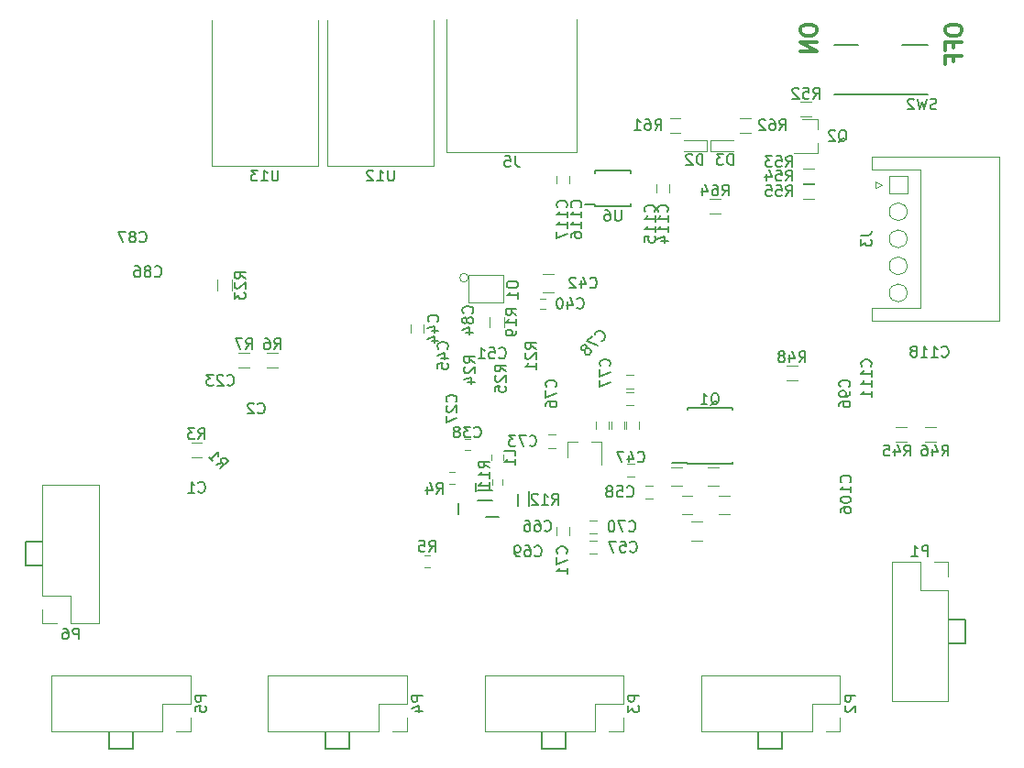
<source format=gbo>
G04 #@! TF.GenerationSoftware,KiCad,Pcbnew,(5.0.0)*
G04 #@! TF.CreationDate,2018-09-09T11:50:12+09:00*
G04 #@! TF.ProjectId,ZynqBoard2,5A796E71426F617264322E6B69636164,rev?*
G04 #@! TF.SameCoordinates,Original*
G04 #@! TF.FileFunction,Legend,Bot*
G04 #@! TF.FilePolarity,Positive*
%FSLAX46Y46*%
G04 Gerber Fmt 4.6, Leading zero omitted, Abs format (unit mm)*
G04 Created by KiCad (PCBNEW (5.0.0)) date 09/09/18 11:50:12*
%MOMM*%
%LPD*%
G01*
G04 APERTURE LIST*
%ADD10C,0.300000*%
%ADD11C,0.200000*%
%ADD12C,0.150000*%
%ADD13C,0.120000*%
%ADD14C,0.100000*%
G04 APERTURE END LIST*
D10*
X117078571Y-60371428D02*
X117078571Y-60657142D01*
X117150000Y-60800000D01*
X117292857Y-60942857D01*
X117578571Y-61014285D01*
X118078571Y-61014285D01*
X118364285Y-60942857D01*
X118507142Y-60800000D01*
X118578571Y-60657142D01*
X118578571Y-60371428D01*
X118507142Y-60228571D01*
X118364285Y-60085714D01*
X118078571Y-60014285D01*
X117578571Y-60014285D01*
X117292857Y-60085714D01*
X117150000Y-60228571D01*
X117078571Y-60371428D01*
X117792857Y-62157142D02*
X117792857Y-61657142D01*
X118578571Y-61657142D02*
X117078571Y-61657142D01*
X117078571Y-62371428D01*
X117792857Y-63442857D02*
X117792857Y-62942857D01*
X118578571Y-62942857D02*
X117078571Y-62942857D01*
X117078571Y-63657142D01*
X103678571Y-60371428D02*
X103678571Y-60657142D01*
X103750000Y-60800000D01*
X103892857Y-60942857D01*
X104178571Y-61014285D01*
X104678571Y-61014285D01*
X104964285Y-60942857D01*
X105107142Y-60800000D01*
X105178571Y-60657142D01*
X105178571Y-60371428D01*
X105107142Y-60228571D01*
X104964285Y-60085714D01*
X104678571Y-60014285D01*
X104178571Y-60014285D01*
X103892857Y-60085714D01*
X103750000Y-60228571D01*
X103678571Y-60371428D01*
X105178571Y-61657142D02*
X103678571Y-61657142D01*
X105178571Y-62514285D01*
X103678571Y-62514285D01*
D11*
X117400000Y-117200000D02*
X118900000Y-117200000D01*
X118900000Y-117200000D02*
X118900000Y-115000000D01*
X118900000Y-115000000D02*
X117400000Y-115000000D01*
X99800000Y-125400000D02*
X99800000Y-126900000D01*
X99800000Y-126900000D02*
X102000000Y-126900000D01*
X102000000Y-126900000D02*
X102000000Y-125400000D01*
X79800000Y-125400000D02*
X79800000Y-126900000D01*
X79800000Y-126900000D02*
X82000000Y-126900000D01*
X82000000Y-126900000D02*
X82000000Y-125400000D01*
X59800000Y-125400000D02*
X59800000Y-126900000D01*
X59800000Y-126900000D02*
X62000000Y-126900000D01*
X62000000Y-126900000D02*
X62000000Y-125400000D01*
X39800000Y-125400000D02*
X39800000Y-126900000D01*
X42000000Y-126900000D02*
X42000000Y-125400000D01*
X39800000Y-126900000D02*
X42000000Y-126900000D01*
X32100000Y-110000000D02*
X33600000Y-110000000D01*
X32100000Y-107800000D02*
X32100000Y-110000000D01*
X33600000Y-107800000D02*
X32100000Y-107800000D01*
D12*
X74600000Y-105450000D02*
X75800000Y-105450000D01*
X73900000Y-104000000D02*
X75200000Y-104000000D01*
X77600000Y-103400000D02*
X77600000Y-104500000D01*
X78600000Y-103100000D02*
X78600000Y-104500000D01*
X73900000Y-103000000D02*
X75200000Y-103000000D01*
X73700000Y-102400000D02*
X73700000Y-103100000D01*
X72100000Y-104200000D02*
X72100000Y-105200000D01*
D13*
G04 #@! TO.C,C70*
X84850000Y-105800000D02*
X84150000Y-105800000D01*
X84150000Y-107000000D02*
X84850000Y-107000000D01*
G04 #@! TO.C,C25*
X84800000Y-96650000D02*
X84800000Y-97350000D01*
X86000000Y-97350000D02*
X86000000Y-96650000D01*
G04 #@! TO.C,C33*
X86200000Y-96650000D02*
X86200000Y-97350000D01*
X87400000Y-97350000D02*
X87400000Y-96650000D01*
G04 #@! TO.C,C34*
X87600000Y-96650000D02*
X87600000Y-97350000D01*
X88800000Y-97350000D02*
X88800000Y-96650000D01*
G04 #@! TO.C,C38*
X73150000Y-99270000D02*
X72650000Y-99270000D01*
X72650000Y-98330000D02*
X73150000Y-98330000D01*
G04 #@! TO.C,C39*
X75230000Y-102550000D02*
X75230000Y-102050000D01*
X76170000Y-102050000D02*
X76170000Y-102550000D01*
G04 #@! TO.C,C40*
X79650000Y-85330000D02*
X80150000Y-85330000D01*
X80150000Y-86270000D02*
X79650000Y-86270000D01*
G04 #@! TO.C,C42*
X79900000Y-83050000D02*
X80900000Y-83050000D01*
X80900000Y-84750000D02*
X79900000Y-84750000D01*
G04 #@! TO.C,C43*
X91700000Y-100950000D02*
X92700000Y-100950000D01*
X92700000Y-102650000D02*
X91700000Y-102650000D01*
G04 #@! TO.C,C44*
X68900000Y-88450000D02*
X68900000Y-87750000D01*
X67700000Y-87750000D02*
X67700000Y-88450000D01*
G04 #@! TO.C,C47*
X88350000Y-100600000D02*
X87650000Y-100600000D01*
X87650000Y-101800000D02*
X88350000Y-101800000D01*
G04 #@! TO.C,C52*
X95100000Y-100950000D02*
X96100000Y-100950000D01*
X96100000Y-102650000D02*
X95100000Y-102650000D01*
G04 #@! TO.C,C57*
X84850000Y-107700000D02*
X84150000Y-107700000D01*
X84150000Y-108900000D02*
X84850000Y-108900000D01*
G04 #@! TO.C,C58*
X90050000Y-102600000D02*
X89350000Y-102600000D01*
X89350000Y-103800000D02*
X90050000Y-103800000D01*
G04 #@! TO.C,C59*
X93600000Y-105950000D02*
X94600000Y-105950000D01*
X94600000Y-107650000D02*
X93600000Y-107650000D01*
G04 #@! TO.C,C71*
X81100000Y-106450000D02*
X81100000Y-107150000D01*
X82300000Y-107150000D02*
X82300000Y-106450000D01*
G04 #@! TO.C,C72*
X92700000Y-103550000D02*
X93700000Y-103550000D01*
X93700000Y-105250000D02*
X92700000Y-105250000D01*
G04 #@! TO.C,C73*
X81050000Y-97900000D02*
X80350000Y-97900000D01*
X80350000Y-99100000D02*
X81050000Y-99100000D01*
G04 #@! TO.C,C79*
X87550000Y-95200000D02*
X88250000Y-95200000D01*
X88250000Y-94000000D02*
X87550000Y-94000000D01*
G04 #@! TO.C,C80*
X88250000Y-92400000D02*
X87550000Y-92400000D01*
X87550000Y-93600000D02*
X88250000Y-93600000D01*
G04 #@! TO.C,C81*
X97100000Y-105250000D02*
X96100000Y-105250000D01*
X96100000Y-103550000D02*
X97100000Y-103550000D01*
G04 #@! TO.C,C114*
X91550593Y-75490976D02*
X91550593Y-74790976D01*
X90350593Y-74790976D02*
X90350593Y-75490976D01*
G04 #@! TO.C,C117*
X81150593Y-73990976D02*
X81150593Y-74690976D01*
X82350593Y-74690976D02*
X82350593Y-73990976D01*
G04 #@! TO.C,D2*
X95000000Y-70700000D02*
X95000000Y-71700000D01*
X95000000Y-71700000D02*
X92900000Y-71700000D01*
X95000000Y-70700000D02*
X92900000Y-70700000D01*
G04 #@! TO.C,D3*
X95400000Y-71700000D02*
X97500000Y-71700000D01*
X95400000Y-70700000D02*
X97500000Y-70700000D01*
X95400000Y-71700000D02*
X95400000Y-70700000D01*
G04 #@! TO.C,J3*
X110600000Y-75100000D02*
X111200000Y-74800000D01*
X110600000Y-74500000D02*
X110600000Y-75100000D01*
X111200000Y-74800000D02*
X110600000Y-74500000D01*
X114750000Y-86200000D02*
X114750000Y-79800000D01*
X110250000Y-86200000D02*
X114750000Y-86200000D01*
X110250000Y-87400000D02*
X110250000Y-86200000D01*
X122050000Y-87400000D02*
X110250000Y-87400000D01*
X122050000Y-79800000D02*
X122050000Y-87400000D01*
X114750000Y-73400000D02*
X114750000Y-79800000D01*
X110250000Y-73400000D02*
X114750000Y-73400000D01*
X110250000Y-72200000D02*
X110250000Y-73400000D01*
X122050000Y-72200000D02*
X110250000Y-72200000D01*
X122050000Y-79800000D02*
X122050000Y-72200000D01*
D14*
G04 #@! TO.C,J5*
X71000000Y-59500000D02*
X71000000Y-71800000D01*
X71000000Y-71800000D02*
X83000000Y-71800000D01*
X83000000Y-71800000D02*
X83000000Y-59500000D01*
G04 #@! TO.C,O1*
X73000000Y-83400000D02*
G75*
G03X73000000Y-83400000I-400000J0D01*
G01*
X76200000Y-83150000D02*
X73000000Y-83150000D01*
X76200000Y-85650000D02*
X76200000Y-83150000D01*
X73000000Y-85650000D02*
X76200000Y-85650000D01*
X73000000Y-83150000D02*
X73000000Y-85650000D01*
D13*
G04 #@! TO.C,P1*
X117330000Y-109670000D02*
X116000000Y-109670000D01*
X117330000Y-111000000D02*
X117330000Y-109670000D01*
X114730000Y-109670000D02*
X112130000Y-109670000D01*
X114730000Y-112270000D02*
X114730000Y-109670000D01*
X117330000Y-112270000D02*
X114730000Y-112270000D01*
X112130000Y-109670000D02*
X112130000Y-122490000D01*
X117330000Y-112270000D02*
X117330000Y-122490000D01*
X117330000Y-122490000D02*
X112130000Y-122490000D01*
G04 #@! TO.C,P2*
X94510000Y-125330000D02*
X94510000Y-120130000D01*
X104730000Y-125330000D02*
X94510000Y-125330000D01*
X107330000Y-120130000D02*
X94510000Y-120130000D01*
X104730000Y-125330000D02*
X104730000Y-122730000D01*
X104730000Y-122730000D02*
X107330000Y-122730000D01*
X107330000Y-122730000D02*
X107330000Y-120130000D01*
X106000000Y-125330000D02*
X107330000Y-125330000D01*
X107330000Y-125330000D02*
X107330000Y-124000000D01*
G04 #@! TO.C,P3*
X87330000Y-125330000D02*
X87330000Y-124000000D01*
X86000000Y-125330000D02*
X87330000Y-125330000D01*
X87330000Y-122730000D02*
X87330000Y-120130000D01*
X84730000Y-122730000D02*
X87330000Y-122730000D01*
X84730000Y-125330000D02*
X84730000Y-122730000D01*
X87330000Y-120130000D02*
X74510000Y-120130000D01*
X84730000Y-125330000D02*
X74510000Y-125330000D01*
X74510000Y-125330000D02*
X74510000Y-120130000D01*
G04 #@! TO.C,P4*
X54510000Y-125330000D02*
X54510000Y-120130000D01*
X64730000Y-125330000D02*
X54510000Y-125330000D01*
X67330000Y-120130000D02*
X54510000Y-120130000D01*
X64730000Y-125330000D02*
X64730000Y-122730000D01*
X64730000Y-122730000D02*
X67330000Y-122730000D01*
X67330000Y-122730000D02*
X67330000Y-120130000D01*
X66000000Y-125330000D02*
X67330000Y-125330000D01*
X67330000Y-125330000D02*
X67330000Y-124000000D01*
G04 #@! TO.C,P5*
X34510000Y-125330000D02*
X34510000Y-120130000D01*
X44730000Y-125330000D02*
X34510000Y-125330000D01*
X47330000Y-120130000D02*
X34510000Y-120130000D01*
X44730000Y-125330000D02*
X44730000Y-122730000D01*
X44730000Y-122730000D02*
X47330000Y-122730000D01*
X47330000Y-122730000D02*
X47330000Y-120130000D01*
X46000000Y-125330000D02*
X47330000Y-125330000D01*
X47330000Y-125330000D02*
X47330000Y-124000000D01*
G04 #@! TO.C,P6*
X33670000Y-115330000D02*
X35000000Y-115330000D01*
X33670000Y-114000000D02*
X33670000Y-115330000D01*
X36270000Y-115330000D02*
X38870000Y-115330000D01*
X36270000Y-112730000D02*
X36270000Y-115330000D01*
X33670000Y-112730000D02*
X36270000Y-112730000D01*
X38870000Y-115330000D02*
X38870000Y-102510000D01*
X33670000Y-112730000D02*
X33670000Y-102510000D01*
X33670000Y-102510000D02*
X38870000Y-102510000D01*
D12*
G04 #@! TO.C,Q1*
X93225000Y-100525000D02*
X91825000Y-100525000D01*
X93225000Y-95425000D02*
X97375000Y-95425000D01*
X93225000Y-100575000D02*
X97375000Y-100575000D01*
X93225000Y-95425000D02*
X93225000Y-95570000D01*
X97375000Y-95425000D02*
X97375000Y-95570000D01*
X97375000Y-100575000D02*
X97375000Y-100430000D01*
X93225000Y-100575000D02*
X93225000Y-100525000D01*
D13*
G04 #@! TO.C,Q2*
X105260000Y-68720000D02*
X103800000Y-68720000D01*
X105260000Y-71880000D02*
X103100000Y-71880000D01*
X105260000Y-71880000D02*
X105260000Y-70950000D01*
X105260000Y-68720000D02*
X105260000Y-69650000D01*
G04 #@! TO.C,R3*
X47400000Y-99980000D02*
X48400000Y-99980000D01*
X48400000Y-98620000D02*
X47400000Y-98620000D01*
G04 #@! TO.C,R6*
X55400000Y-90320000D02*
X54400000Y-90320000D01*
X54400000Y-91680000D02*
X55400000Y-91680000D01*
G04 #@! TO.C,R7*
X51800000Y-91680000D02*
X52800000Y-91680000D01*
X52800000Y-90320000D02*
X51800000Y-90320000D01*
G04 #@! TO.C,R19*
X74920000Y-87000000D02*
X74920000Y-88000000D01*
X76280000Y-88000000D02*
X76280000Y-87000000D01*
G04 #@! TO.C,R23*
X51180000Y-84600000D02*
X51180000Y-83600000D01*
X49820000Y-83600000D02*
X49820000Y-84600000D01*
G04 #@! TO.C,R45*
X112500000Y-98580000D02*
X113500000Y-98580000D01*
X113500000Y-97220000D02*
X112500000Y-97220000D01*
G04 #@! TO.C,R46*
X115200000Y-98580000D02*
X116200000Y-98580000D01*
X116200000Y-97220000D02*
X115200000Y-97220000D01*
G04 #@! TO.C,R52*
X103700000Y-68480000D02*
X104700000Y-68480000D01*
X104700000Y-67120000D02*
X103700000Y-67120000D01*
G04 #@! TO.C,R53*
X103900000Y-73280000D02*
X104900000Y-73280000D01*
X104900000Y-71920000D02*
X103900000Y-71920000D01*
G04 #@! TO.C,R54*
X103900000Y-74680000D02*
X104900000Y-74680000D01*
X104900000Y-73320000D02*
X103900000Y-73320000D01*
G04 #@! TO.C,R55*
X104900000Y-74720000D02*
X103900000Y-74720000D01*
X103900000Y-76080000D02*
X104900000Y-76080000D01*
G04 #@! TO.C,R61*
X92600000Y-68620000D02*
X91600000Y-68620000D01*
X91600000Y-69980000D02*
X92600000Y-69980000D01*
G04 #@! TO.C,R62*
X99100000Y-68620000D02*
X98100000Y-68620000D01*
X98100000Y-69980000D02*
X99100000Y-69980000D01*
G04 #@! TO.C,R64*
X95300000Y-77480000D02*
X96300000Y-77480000D01*
X96300000Y-76120000D02*
X95300000Y-76120000D01*
D12*
G04 #@! TO.C,SW2*
X106800000Y-66500000D02*
X115400000Y-66500000D01*
X106800000Y-61900000D02*
X109000000Y-61900000D01*
X113100000Y-61900000D02*
X115400000Y-61900000D01*
G04 #@! TO.C,U6*
X84725593Y-76640976D02*
X83800593Y-76640976D01*
X84725593Y-73515976D02*
X87975593Y-73515976D01*
X84725593Y-76765976D02*
X87975593Y-76765976D01*
X84725593Y-73515976D02*
X84725593Y-73730976D01*
X87975593Y-73515976D02*
X87975593Y-73730976D01*
X87975593Y-76765976D02*
X87975593Y-76550976D01*
X84725593Y-76765976D02*
X84725593Y-76640976D01*
D13*
G04 #@! TO.C,U7*
X82120000Y-98540000D02*
X83050000Y-98540000D01*
X85280000Y-98540000D02*
X84350000Y-98540000D01*
X85280000Y-98540000D02*
X85280000Y-100700000D01*
X82120000Y-98540000D02*
X82120000Y-100000000D01*
D14*
G04 #@! TO.C,U12*
X69800000Y-59600000D02*
X69800000Y-73100000D01*
X69800000Y-73100000D02*
X60000000Y-73100000D01*
X60000000Y-73100000D02*
X60000000Y-59600000D01*
G04 #@! TO.C,U13*
X49300000Y-73100000D02*
X49300000Y-59600000D01*
X59100000Y-73100000D02*
X49300000Y-73100000D01*
X59100000Y-59600000D02*
X59100000Y-73100000D01*
D13*
G04 #@! TO.C,R4*
X71250000Y-101370000D02*
X71750000Y-101370000D01*
X71750000Y-102430000D02*
X71250000Y-102430000D01*
G04 #@! TO.C,R5*
X68950000Y-109070000D02*
X69450000Y-109070000D01*
X69450000Y-110130000D02*
X68950000Y-110130000D01*
G04 #@! TO.C,L1*
X75170000Y-100250000D02*
X75170000Y-99750000D01*
X76230000Y-99750000D02*
X76230000Y-100250000D01*
G04 #@! TO.C,R48*
X103400000Y-91520000D02*
X102400000Y-91520000D01*
X102400000Y-92880000D02*
X103400000Y-92880000D01*
G04 #@! TD*
D14*
G04 #@! TO.C,J3*
X113525000Y-84800000D02*
G75*
G03X113525000Y-84800000I-825000J0D01*
G01*
X113525000Y-82300000D02*
G75*
G03X113525000Y-82300000I-825000J0D01*
G01*
X113525000Y-79800000D02*
G75*
G03X113525000Y-79800000I-825000J0D01*
G01*
X113525000Y-77300000D02*
G75*
G03X113525000Y-77300000I-825000J0D01*
G01*
X111875000Y-73975000D02*
X111875000Y-75625000D01*
X113525000Y-75625000D01*
X113525000Y-73975000D01*
X111875000Y-73975000D01*
G04 #@! TD*
G04 #@! TO.C,C70*
D12*
X87842857Y-106757142D02*
X87890476Y-106804761D01*
X88033333Y-106852380D01*
X88128571Y-106852380D01*
X88271428Y-106804761D01*
X88366666Y-106709523D01*
X88414285Y-106614285D01*
X88461904Y-106423809D01*
X88461904Y-106280952D01*
X88414285Y-106090476D01*
X88366666Y-105995238D01*
X88271428Y-105900000D01*
X88128571Y-105852380D01*
X88033333Y-105852380D01*
X87890476Y-105900000D01*
X87842857Y-105947619D01*
X87509523Y-105852380D02*
X86842857Y-105852380D01*
X87271428Y-106852380D01*
X86271428Y-105852380D02*
X86176190Y-105852380D01*
X86080952Y-105900000D01*
X86033333Y-105947619D01*
X85985714Y-106042857D01*
X85938095Y-106233333D01*
X85938095Y-106471428D01*
X85985714Y-106661904D01*
X86033333Y-106757142D01*
X86080952Y-106804761D01*
X86176190Y-106852380D01*
X86271428Y-106852380D01*
X86366666Y-106804761D01*
X86414285Y-106757142D01*
X86461904Y-106661904D01*
X86509523Y-106471428D01*
X86509523Y-106233333D01*
X86461904Y-106042857D01*
X86414285Y-105947619D01*
X86366666Y-105900000D01*
X86271428Y-105852380D01*
G04 #@! TO.C,R24*
X73602380Y-91257142D02*
X73126190Y-90923809D01*
X73602380Y-90685714D02*
X72602380Y-90685714D01*
X72602380Y-91066666D01*
X72650000Y-91161904D01*
X72697619Y-91209523D01*
X72792857Y-91257142D01*
X72935714Y-91257142D01*
X73030952Y-91209523D01*
X73078571Y-91161904D01*
X73126190Y-91066666D01*
X73126190Y-90685714D01*
X72697619Y-91638095D02*
X72650000Y-91685714D01*
X72602380Y-91780952D01*
X72602380Y-92019047D01*
X72650000Y-92114285D01*
X72697619Y-92161904D01*
X72792857Y-92209523D01*
X72888095Y-92209523D01*
X73030952Y-92161904D01*
X73602380Y-91590476D01*
X73602380Y-92209523D01*
X72935714Y-93066666D02*
X73602380Y-93066666D01*
X72554761Y-92828571D02*
X73269047Y-92590476D01*
X73269047Y-93209523D01*
G04 #@! TO.C,C1*
X48066666Y-103157142D02*
X48114285Y-103204761D01*
X48257142Y-103252380D01*
X48352380Y-103252380D01*
X48495238Y-103204761D01*
X48590476Y-103109523D01*
X48638095Y-103014285D01*
X48685714Y-102823809D01*
X48685714Y-102680952D01*
X48638095Y-102490476D01*
X48590476Y-102395238D01*
X48495238Y-102300000D01*
X48352380Y-102252380D01*
X48257142Y-102252380D01*
X48114285Y-102300000D01*
X48066666Y-102347619D01*
X47114285Y-103252380D02*
X47685714Y-103252380D01*
X47400000Y-103252380D02*
X47400000Y-102252380D01*
X47495238Y-102395238D01*
X47590476Y-102490476D01*
X47685714Y-102538095D01*
G04 #@! TO.C,C2*
X53566666Y-95857142D02*
X53614285Y-95904761D01*
X53757142Y-95952380D01*
X53852380Y-95952380D01*
X53995238Y-95904761D01*
X54090476Y-95809523D01*
X54138095Y-95714285D01*
X54185714Y-95523809D01*
X54185714Y-95380952D01*
X54138095Y-95190476D01*
X54090476Y-95095238D01*
X53995238Y-95000000D01*
X53852380Y-94952380D01*
X53757142Y-94952380D01*
X53614285Y-95000000D01*
X53566666Y-95047619D01*
X53185714Y-95047619D02*
X53138095Y-95000000D01*
X53042857Y-94952380D01*
X52804761Y-94952380D01*
X52709523Y-95000000D01*
X52661904Y-95047619D01*
X52614285Y-95142857D01*
X52614285Y-95238095D01*
X52661904Y-95380952D01*
X53233333Y-95952380D01*
X52614285Y-95952380D01*
G04 #@! TO.C,C23*
X50742857Y-93257142D02*
X50790476Y-93304761D01*
X50933333Y-93352380D01*
X51028571Y-93352380D01*
X51171428Y-93304761D01*
X51266666Y-93209523D01*
X51314285Y-93114285D01*
X51361904Y-92923809D01*
X51361904Y-92780952D01*
X51314285Y-92590476D01*
X51266666Y-92495238D01*
X51171428Y-92400000D01*
X51028571Y-92352380D01*
X50933333Y-92352380D01*
X50790476Y-92400000D01*
X50742857Y-92447619D01*
X50361904Y-92447619D02*
X50314285Y-92400000D01*
X50219047Y-92352380D01*
X49980952Y-92352380D01*
X49885714Y-92400000D01*
X49838095Y-92447619D01*
X49790476Y-92542857D01*
X49790476Y-92638095D01*
X49838095Y-92780952D01*
X50409523Y-93352380D01*
X49790476Y-93352380D01*
X49457142Y-92352380D02*
X48838095Y-92352380D01*
X49171428Y-92733333D01*
X49028571Y-92733333D01*
X48933333Y-92780952D01*
X48885714Y-92828571D01*
X48838095Y-92923809D01*
X48838095Y-93161904D01*
X48885714Y-93257142D01*
X48933333Y-93304761D01*
X49028571Y-93352380D01*
X49314285Y-93352380D01*
X49409523Y-93304761D01*
X49457142Y-93257142D01*
G04 #@! TO.C,C27*
X71857142Y-94857142D02*
X71904761Y-94809523D01*
X71952380Y-94666666D01*
X71952380Y-94571428D01*
X71904761Y-94428571D01*
X71809523Y-94333333D01*
X71714285Y-94285714D01*
X71523809Y-94238095D01*
X71380952Y-94238095D01*
X71190476Y-94285714D01*
X71095238Y-94333333D01*
X71000000Y-94428571D01*
X70952380Y-94571428D01*
X70952380Y-94666666D01*
X71000000Y-94809523D01*
X71047619Y-94857142D01*
X71047619Y-95238095D02*
X71000000Y-95285714D01*
X70952380Y-95380952D01*
X70952380Y-95619047D01*
X71000000Y-95714285D01*
X71047619Y-95761904D01*
X71142857Y-95809523D01*
X71238095Y-95809523D01*
X71380952Y-95761904D01*
X71952380Y-95190476D01*
X71952380Y-95809523D01*
X70952380Y-96142857D02*
X70952380Y-96809523D01*
X71952380Y-96380952D01*
G04 #@! TO.C,C45*
X71057142Y-89957142D02*
X71104761Y-89909523D01*
X71152380Y-89766666D01*
X71152380Y-89671428D01*
X71104761Y-89528571D01*
X71009523Y-89433333D01*
X70914285Y-89385714D01*
X70723809Y-89338095D01*
X70580952Y-89338095D01*
X70390476Y-89385714D01*
X70295238Y-89433333D01*
X70200000Y-89528571D01*
X70152380Y-89671428D01*
X70152380Y-89766666D01*
X70200000Y-89909523D01*
X70247619Y-89957142D01*
X70485714Y-90814285D02*
X71152380Y-90814285D01*
X70104761Y-90576190D02*
X70819047Y-90338095D01*
X70819047Y-90957142D01*
X70152380Y-91814285D02*
X70152380Y-91338095D01*
X70628571Y-91290476D01*
X70580952Y-91338095D01*
X70533333Y-91433333D01*
X70533333Y-91671428D01*
X70580952Y-91766666D01*
X70628571Y-91814285D01*
X70723809Y-91861904D01*
X70961904Y-91861904D01*
X71057142Y-91814285D01*
X71104761Y-91766666D01*
X71152380Y-91671428D01*
X71152380Y-91433333D01*
X71104761Y-91338095D01*
X71057142Y-91290476D01*
G04 #@! TO.C,C51*
X75842857Y-90757142D02*
X75890476Y-90804761D01*
X76033333Y-90852380D01*
X76128571Y-90852380D01*
X76271428Y-90804761D01*
X76366666Y-90709523D01*
X76414285Y-90614285D01*
X76461904Y-90423809D01*
X76461904Y-90280952D01*
X76414285Y-90090476D01*
X76366666Y-89995238D01*
X76271428Y-89900000D01*
X76128571Y-89852380D01*
X76033333Y-89852380D01*
X75890476Y-89900000D01*
X75842857Y-89947619D01*
X74938095Y-89852380D02*
X75414285Y-89852380D01*
X75461904Y-90328571D01*
X75414285Y-90280952D01*
X75319047Y-90233333D01*
X75080952Y-90233333D01*
X74985714Y-90280952D01*
X74938095Y-90328571D01*
X74890476Y-90423809D01*
X74890476Y-90661904D01*
X74938095Y-90757142D01*
X74985714Y-90804761D01*
X75080952Y-90852380D01*
X75319047Y-90852380D01*
X75414285Y-90804761D01*
X75461904Y-90757142D01*
X73938095Y-90852380D02*
X74509523Y-90852380D01*
X74223809Y-90852380D02*
X74223809Y-89852380D01*
X74319047Y-89995238D01*
X74414285Y-90090476D01*
X74509523Y-90138095D01*
G04 #@! TO.C,C66*
X80042857Y-106727142D02*
X80090476Y-106774761D01*
X80233333Y-106822380D01*
X80328571Y-106822380D01*
X80471428Y-106774761D01*
X80566666Y-106679523D01*
X80614285Y-106584285D01*
X80661904Y-106393809D01*
X80661904Y-106250952D01*
X80614285Y-106060476D01*
X80566666Y-105965238D01*
X80471428Y-105870000D01*
X80328571Y-105822380D01*
X80233333Y-105822380D01*
X80090476Y-105870000D01*
X80042857Y-105917619D01*
X79185714Y-105822380D02*
X79376190Y-105822380D01*
X79471428Y-105870000D01*
X79519047Y-105917619D01*
X79614285Y-106060476D01*
X79661904Y-106250952D01*
X79661904Y-106631904D01*
X79614285Y-106727142D01*
X79566666Y-106774761D01*
X79471428Y-106822380D01*
X79280952Y-106822380D01*
X79185714Y-106774761D01*
X79138095Y-106727142D01*
X79090476Y-106631904D01*
X79090476Y-106393809D01*
X79138095Y-106298571D01*
X79185714Y-106250952D01*
X79280952Y-106203333D01*
X79471428Y-106203333D01*
X79566666Y-106250952D01*
X79614285Y-106298571D01*
X79661904Y-106393809D01*
X78233333Y-105822380D02*
X78423809Y-105822380D01*
X78519047Y-105870000D01*
X78566666Y-105917619D01*
X78661904Y-106060476D01*
X78709523Y-106250952D01*
X78709523Y-106631904D01*
X78661904Y-106727142D01*
X78614285Y-106774761D01*
X78519047Y-106822380D01*
X78328571Y-106822380D01*
X78233333Y-106774761D01*
X78185714Y-106727142D01*
X78138095Y-106631904D01*
X78138095Y-106393809D01*
X78185714Y-106298571D01*
X78233333Y-106250952D01*
X78328571Y-106203333D01*
X78519047Y-106203333D01*
X78614285Y-106250952D01*
X78661904Y-106298571D01*
X78709523Y-106393809D01*
G04 #@! TO.C,C69*
X79142857Y-109057142D02*
X79190476Y-109104761D01*
X79333333Y-109152380D01*
X79428571Y-109152380D01*
X79571428Y-109104761D01*
X79666666Y-109009523D01*
X79714285Y-108914285D01*
X79761904Y-108723809D01*
X79761904Y-108580952D01*
X79714285Y-108390476D01*
X79666666Y-108295238D01*
X79571428Y-108200000D01*
X79428571Y-108152380D01*
X79333333Y-108152380D01*
X79190476Y-108200000D01*
X79142857Y-108247619D01*
X78285714Y-108152380D02*
X78476190Y-108152380D01*
X78571428Y-108200000D01*
X78619047Y-108247619D01*
X78714285Y-108390476D01*
X78761904Y-108580952D01*
X78761904Y-108961904D01*
X78714285Y-109057142D01*
X78666666Y-109104761D01*
X78571428Y-109152380D01*
X78380952Y-109152380D01*
X78285714Y-109104761D01*
X78238095Y-109057142D01*
X78190476Y-108961904D01*
X78190476Y-108723809D01*
X78238095Y-108628571D01*
X78285714Y-108580952D01*
X78380952Y-108533333D01*
X78571428Y-108533333D01*
X78666666Y-108580952D01*
X78714285Y-108628571D01*
X78761904Y-108723809D01*
X77714285Y-109152380D02*
X77523809Y-109152380D01*
X77428571Y-109104761D01*
X77380952Y-109057142D01*
X77285714Y-108914285D01*
X77238095Y-108723809D01*
X77238095Y-108342857D01*
X77285714Y-108247619D01*
X77333333Y-108200000D01*
X77428571Y-108152380D01*
X77619047Y-108152380D01*
X77714285Y-108200000D01*
X77761904Y-108247619D01*
X77809523Y-108342857D01*
X77809523Y-108580952D01*
X77761904Y-108676190D01*
X77714285Y-108723809D01*
X77619047Y-108771428D01*
X77428571Y-108771428D01*
X77333333Y-108723809D01*
X77285714Y-108676190D01*
X77238095Y-108580952D01*
G04 #@! TO.C,C76*
X81057142Y-93457142D02*
X81104761Y-93409523D01*
X81152380Y-93266666D01*
X81152380Y-93171428D01*
X81104761Y-93028571D01*
X81009523Y-92933333D01*
X80914285Y-92885714D01*
X80723809Y-92838095D01*
X80580952Y-92838095D01*
X80390476Y-92885714D01*
X80295238Y-92933333D01*
X80200000Y-93028571D01*
X80152380Y-93171428D01*
X80152380Y-93266666D01*
X80200000Y-93409523D01*
X80247619Y-93457142D01*
X80152380Y-93790476D02*
X80152380Y-94457142D01*
X81152380Y-94028571D01*
X80152380Y-95266666D02*
X80152380Y-95076190D01*
X80200000Y-94980952D01*
X80247619Y-94933333D01*
X80390476Y-94838095D01*
X80580952Y-94790476D01*
X80961904Y-94790476D01*
X81057142Y-94838095D01*
X81104761Y-94885714D01*
X81152380Y-94980952D01*
X81152380Y-95171428D01*
X81104761Y-95266666D01*
X81057142Y-95314285D01*
X80961904Y-95361904D01*
X80723809Y-95361904D01*
X80628571Y-95314285D01*
X80580952Y-95266666D01*
X80533333Y-95171428D01*
X80533333Y-94980952D01*
X80580952Y-94885714D01*
X80628571Y-94838095D01*
X80723809Y-94790476D01*
G04 #@! TO.C,C77*
X86027142Y-91557142D02*
X86074761Y-91509523D01*
X86122380Y-91366666D01*
X86122380Y-91271428D01*
X86074761Y-91128571D01*
X85979523Y-91033333D01*
X85884285Y-90985714D01*
X85693809Y-90938095D01*
X85550952Y-90938095D01*
X85360476Y-90985714D01*
X85265238Y-91033333D01*
X85170000Y-91128571D01*
X85122380Y-91271428D01*
X85122380Y-91366666D01*
X85170000Y-91509523D01*
X85217619Y-91557142D01*
X85122380Y-91890476D02*
X85122380Y-92557142D01*
X86122380Y-92128571D01*
X85122380Y-92842857D02*
X85122380Y-93509523D01*
X86122380Y-93080952D01*
G04 #@! TO.C,C84*
X73357142Y-86657142D02*
X73404761Y-86609523D01*
X73452380Y-86466666D01*
X73452380Y-86371428D01*
X73404761Y-86228571D01*
X73309523Y-86133333D01*
X73214285Y-86085714D01*
X73023809Y-86038095D01*
X72880952Y-86038095D01*
X72690476Y-86085714D01*
X72595238Y-86133333D01*
X72500000Y-86228571D01*
X72452380Y-86371428D01*
X72452380Y-86466666D01*
X72500000Y-86609523D01*
X72547619Y-86657142D01*
X72880952Y-87228571D02*
X72833333Y-87133333D01*
X72785714Y-87085714D01*
X72690476Y-87038095D01*
X72642857Y-87038095D01*
X72547619Y-87085714D01*
X72500000Y-87133333D01*
X72452380Y-87228571D01*
X72452380Y-87419047D01*
X72500000Y-87514285D01*
X72547619Y-87561904D01*
X72642857Y-87609523D01*
X72690476Y-87609523D01*
X72785714Y-87561904D01*
X72833333Y-87514285D01*
X72880952Y-87419047D01*
X72880952Y-87228571D01*
X72928571Y-87133333D01*
X72976190Y-87085714D01*
X73071428Y-87038095D01*
X73261904Y-87038095D01*
X73357142Y-87085714D01*
X73404761Y-87133333D01*
X73452380Y-87228571D01*
X73452380Y-87419047D01*
X73404761Y-87514285D01*
X73357142Y-87561904D01*
X73261904Y-87609523D01*
X73071428Y-87609523D01*
X72976190Y-87561904D01*
X72928571Y-87514285D01*
X72880952Y-87419047D01*
X72785714Y-88466666D02*
X73452380Y-88466666D01*
X72404761Y-88228571D02*
X73119047Y-87990476D01*
X73119047Y-88609523D01*
G04 #@! TO.C,C86*
X44042857Y-83227142D02*
X44090476Y-83274761D01*
X44233333Y-83322380D01*
X44328571Y-83322380D01*
X44471428Y-83274761D01*
X44566666Y-83179523D01*
X44614285Y-83084285D01*
X44661904Y-82893809D01*
X44661904Y-82750952D01*
X44614285Y-82560476D01*
X44566666Y-82465238D01*
X44471428Y-82370000D01*
X44328571Y-82322380D01*
X44233333Y-82322380D01*
X44090476Y-82370000D01*
X44042857Y-82417619D01*
X43471428Y-82750952D02*
X43566666Y-82703333D01*
X43614285Y-82655714D01*
X43661904Y-82560476D01*
X43661904Y-82512857D01*
X43614285Y-82417619D01*
X43566666Y-82370000D01*
X43471428Y-82322380D01*
X43280952Y-82322380D01*
X43185714Y-82370000D01*
X43138095Y-82417619D01*
X43090476Y-82512857D01*
X43090476Y-82560476D01*
X43138095Y-82655714D01*
X43185714Y-82703333D01*
X43280952Y-82750952D01*
X43471428Y-82750952D01*
X43566666Y-82798571D01*
X43614285Y-82846190D01*
X43661904Y-82941428D01*
X43661904Y-83131904D01*
X43614285Y-83227142D01*
X43566666Y-83274761D01*
X43471428Y-83322380D01*
X43280952Y-83322380D01*
X43185714Y-83274761D01*
X43138095Y-83227142D01*
X43090476Y-83131904D01*
X43090476Y-82941428D01*
X43138095Y-82846190D01*
X43185714Y-82798571D01*
X43280952Y-82750952D01*
X42233333Y-82322380D02*
X42423809Y-82322380D01*
X42519047Y-82370000D01*
X42566666Y-82417619D01*
X42661904Y-82560476D01*
X42709523Y-82750952D01*
X42709523Y-83131904D01*
X42661904Y-83227142D01*
X42614285Y-83274761D01*
X42519047Y-83322380D01*
X42328571Y-83322380D01*
X42233333Y-83274761D01*
X42185714Y-83227142D01*
X42138095Y-83131904D01*
X42138095Y-82893809D01*
X42185714Y-82798571D01*
X42233333Y-82750952D01*
X42328571Y-82703333D01*
X42519047Y-82703333D01*
X42614285Y-82750952D01*
X42661904Y-82798571D01*
X42709523Y-82893809D01*
G04 #@! TO.C,C87*
X42642857Y-80027142D02*
X42690476Y-80074761D01*
X42833333Y-80122380D01*
X42928571Y-80122380D01*
X43071428Y-80074761D01*
X43166666Y-79979523D01*
X43214285Y-79884285D01*
X43261904Y-79693809D01*
X43261904Y-79550952D01*
X43214285Y-79360476D01*
X43166666Y-79265238D01*
X43071428Y-79170000D01*
X42928571Y-79122380D01*
X42833333Y-79122380D01*
X42690476Y-79170000D01*
X42642857Y-79217619D01*
X42071428Y-79550952D02*
X42166666Y-79503333D01*
X42214285Y-79455714D01*
X42261904Y-79360476D01*
X42261904Y-79312857D01*
X42214285Y-79217619D01*
X42166666Y-79170000D01*
X42071428Y-79122380D01*
X41880952Y-79122380D01*
X41785714Y-79170000D01*
X41738095Y-79217619D01*
X41690476Y-79312857D01*
X41690476Y-79360476D01*
X41738095Y-79455714D01*
X41785714Y-79503333D01*
X41880952Y-79550952D01*
X42071428Y-79550952D01*
X42166666Y-79598571D01*
X42214285Y-79646190D01*
X42261904Y-79741428D01*
X42261904Y-79931904D01*
X42214285Y-80027142D01*
X42166666Y-80074761D01*
X42071428Y-80122380D01*
X41880952Y-80122380D01*
X41785714Y-80074761D01*
X41738095Y-80027142D01*
X41690476Y-79931904D01*
X41690476Y-79741428D01*
X41738095Y-79646190D01*
X41785714Y-79598571D01*
X41880952Y-79550952D01*
X41357142Y-79122380D02*
X40690476Y-79122380D01*
X41119047Y-80122380D01*
G04 #@! TO.C,C96*
X108157142Y-93457142D02*
X108204761Y-93409523D01*
X108252380Y-93266666D01*
X108252380Y-93171428D01*
X108204761Y-93028571D01*
X108109523Y-92933333D01*
X108014285Y-92885714D01*
X107823809Y-92838095D01*
X107680952Y-92838095D01*
X107490476Y-92885714D01*
X107395238Y-92933333D01*
X107300000Y-93028571D01*
X107252380Y-93171428D01*
X107252380Y-93266666D01*
X107300000Y-93409523D01*
X107347619Y-93457142D01*
X108252380Y-93933333D02*
X108252380Y-94123809D01*
X108204761Y-94219047D01*
X108157142Y-94266666D01*
X108014285Y-94361904D01*
X107823809Y-94409523D01*
X107442857Y-94409523D01*
X107347619Y-94361904D01*
X107300000Y-94314285D01*
X107252380Y-94219047D01*
X107252380Y-94028571D01*
X107300000Y-93933333D01*
X107347619Y-93885714D01*
X107442857Y-93838095D01*
X107680952Y-93838095D01*
X107776190Y-93885714D01*
X107823809Y-93933333D01*
X107871428Y-94028571D01*
X107871428Y-94219047D01*
X107823809Y-94314285D01*
X107776190Y-94361904D01*
X107680952Y-94409523D01*
X107252380Y-95266666D02*
X107252380Y-95076190D01*
X107300000Y-94980952D01*
X107347619Y-94933333D01*
X107490476Y-94838095D01*
X107680952Y-94790476D01*
X108061904Y-94790476D01*
X108157142Y-94838095D01*
X108204761Y-94885714D01*
X108252380Y-94980952D01*
X108252380Y-95171428D01*
X108204761Y-95266666D01*
X108157142Y-95314285D01*
X108061904Y-95361904D01*
X107823809Y-95361904D01*
X107728571Y-95314285D01*
X107680952Y-95266666D01*
X107633333Y-95171428D01*
X107633333Y-94980952D01*
X107680952Y-94885714D01*
X107728571Y-94838095D01*
X107823809Y-94790476D01*
G04 #@! TO.C,C106*
X108257142Y-102280952D02*
X108304761Y-102233333D01*
X108352380Y-102090476D01*
X108352380Y-101995238D01*
X108304761Y-101852380D01*
X108209523Y-101757142D01*
X108114285Y-101709523D01*
X107923809Y-101661904D01*
X107780952Y-101661904D01*
X107590476Y-101709523D01*
X107495238Y-101757142D01*
X107400000Y-101852380D01*
X107352380Y-101995238D01*
X107352380Y-102090476D01*
X107400000Y-102233333D01*
X107447619Y-102280952D01*
X108352380Y-103233333D02*
X108352380Y-102661904D01*
X108352380Y-102947619D02*
X107352380Y-102947619D01*
X107495238Y-102852380D01*
X107590476Y-102757142D01*
X107638095Y-102661904D01*
X107352380Y-103852380D02*
X107352380Y-103947619D01*
X107400000Y-104042857D01*
X107447619Y-104090476D01*
X107542857Y-104138095D01*
X107733333Y-104185714D01*
X107971428Y-104185714D01*
X108161904Y-104138095D01*
X108257142Y-104090476D01*
X108304761Y-104042857D01*
X108352380Y-103947619D01*
X108352380Y-103852380D01*
X108304761Y-103757142D01*
X108257142Y-103709523D01*
X108161904Y-103661904D01*
X107971428Y-103614285D01*
X107733333Y-103614285D01*
X107542857Y-103661904D01*
X107447619Y-103709523D01*
X107400000Y-103757142D01*
X107352380Y-103852380D01*
X107352380Y-105042857D02*
X107352380Y-104852380D01*
X107400000Y-104757142D01*
X107447619Y-104709523D01*
X107590476Y-104614285D01*
X107780952Y-104566666D01*
X108161904Y-104566666D01*
X108257142Y-104614285D01*
X108304761Y-104661904D01*
X108352380Y-104757142D01*
X108352380Y-104947619D01*
X108304761Y-105042857D01*
X108257142Y-105090476D01*
X108161904Y-105138095D01*
X107923809Y-105138095D01*
X107828571Y-105090476D01*
X107780952Y-105042857D01*
X107733333Y-104947619D01*
X107733333Y-104757142D01*
X107780952Y-104661904D01*
X107828571Y-104614285D01*
X107923809Y-104566666D01*
G04 #@! TO.C,C111*
X110157142Y-91580952D02*
X110204761Y-91533333D01*
X110252380Y-91390476D01*
X110252380Y-91295238D01*
X110204761Y-91152380D01*
X110109523Y-91057142D01*
X110014285Y-91009523D01*
X109823809Y-90961904D01*
X109680952Y-90961904D01*
X109490476Y-91009523D01*
X109395238Y-91057142D01*
X109300000Y-91152380D01*
X109252380Y-91295238D01*
X109252380Y-91390476D01*
X109300000Y-91533333D01*
X109347619Y-91580952D01*
X110252380Y-92533333D02*
X110252380Y-91961904D01*
X110252380Y-92247619D02*
X109252380Y-92247619D01*
X109395238Y-92152380D01*
X109490476Y-92057142D01*
X109538095Y-91961904D01*
X110252380Y-93485714D02*
X110252380Y-92914285D01*
X110252380Y-93200000D02*
X109252380Y-93200000D01*
X109395238Y-93104761D01*
X109490476Y-93009523D01*
X109538095Y-92914285D01*
X110252380Y-94438095D02*
X110252380Y-93866666D01*
X110252380Y-94152380D02*
X109252380Y-94152380D01*
X109395238Y-94057142D01*
X109490476Y-93961904D01*
X109538095Y-93866666D01*
G04 #@! TO.C,C115*
X90157142Y-77280952D02*
X90204761Y-77233333D01*
X90252380Y-77090476D01*
X90252380Y-76995238D01*
X90204761Y-76852380D01*
X90109523Y-76757142D01*
X90014285Y-76709523D01*
X89823809Y-76661904D01*
X89680952Y-76661904D01*
X89490476Y-76709523D01*
X89395238Y-76757142D01*
X89300000Y-76852380D01*
X89252380Y-76995238D01*
X89252380Y-77090476D01*
X89300000Y-77233333D01*
X89347619Y-77280952D01*
X90252380Y-78233333D02*
X90252380Y-77661904D01*
X90252380Y-77947619D02*
X89252380Y-77947619D01*
X89395238Y-77852380D01*
X89490476Y-77757142D01*
X89538095Y-77661904D01*
X90252380Y-79185714D02*
X90252380Y-78614285D01*
X90252380Y-78900000D02*
X89252380Y-78900000D01*
X89395238Y-78804761D01*
X89490476Y-78709523D01*
X89538095Y-78614285D01*
X89252380Y-80090476D02*
X89252380Y-79614285D01*
X89728571Y-79566666D01*
X89680952Y-79614285D01*
X89633333Y-79709523D01*
X89633333Y-79947619D01*
X89680952Y-80042857D01*
X89728571Y-80090476D01*
X89823809Y-80138095D01*
X90061904Y-80138095D01*
X90157142Y-80090476D01*
X90204761Y-80042857D01*
X90252380Y-79947619D01*
X90252380Y-79709523D01*
X90204761Y-79614285D01*
X90157142Y-79566666D01*
G04 #@! TO.C,C116*
X83357142Y-76880952D02*
X83404761Y-76833333D01*
X83452380Y-76690476D01*
X83452380Y-76595238D01*
X83404761Y-76452380D01*
X83309523Y-76357142D01*
X83214285Y-76309523D01*
X83023809Y-76261904D01*
X82880952Y-76261904D01*
X82690476Y-76309523D01*
X82595238Y-76357142D01*
X82500000Y-76452380D01*
X82452380Y-76595238D01*
X82452380Y-76690476D01*
X82500000Y-76833333D01*
X82547619Y-76880952D01*
X83452380Y-77833333D02*
X83452380Y-77261904D01*
X83452380Y-77547619D02*
X82452380Y-77547619D01*
X82595238Y-77452380D01*
X82690476Y-77357142D01*
X82738095Y-77261904D01*
X83452380Y-78785714D02*
X83452380Y-78214285D01*
X83452380Y-78500000D02*
X82452380Y-78500000D01*
X82595238Y-78404761D01*
X82690476Y-78309523D01*
X82738095Y-78214285D01*
X82452380Y-79642857D02*
X82452380Y-79452380D01*
X82500000Y-79357142D01*
X82547619Y-79309523D01*
X82690476Y-79214285D01*
X82880952Y-79166666D01*
X83261904Y-79166666D01*
X83357142Y-79214285D01*
X83404761Y-79261904D01*
X83452380Y-79357142D01*
X83452380Y-79547619D01*
X83404761Y-79642857D01*
X83357142Y-79690476D01*
X83261904Y-79738095D01*
X83023809Y-79738095D01*
X82928571Y-79690476D01*
X82880952Y-79642857D01*
X82833333Y-79547619D01*
X82833333Y-79357142D01*
X82880952Y-79261904D01*
X82928571Y-79214285D01*
X83023809Y-79166666D01*
G04 #@! TO.C,C118*
X116719047Y-90627142D02*
X116766666Y-90674761D01*
X116909523Y-90722380D01*
X117004761Y-90722380D01*
X117147619Y-90674761D01*
X117242857Y-90579523D01*
X117290476Y-90484285D01*
X117338095Y-90293809D01*
X117338095Y-90150952D01*
X117290476Y-89960476D01*
X117242857Y-89865238D01*
X117147619Y-89770000D01*
X117004761Y-89722380D01*
X116909523Y-89722380D01*
X116766666Y-89770000D01*
X116719047Y-89817619D01*
X115766666Y-90722380D02*
X116338095Y-90722380D01*
X116052380Y-90722380D02*
X116052380Y-89722380D01*
X116147619Y-89865238D01*
X116242857Y-89960476D01*
X116338095Y-90008095D01*
X114814285Y-90722380D02*
X115385714Y-90722380D01*
X115100000Y-90722380D02*
X115100000Y-89722380D01*
X115195238Y-89865238D01*
X115290476Y-89960476D01*
X115385714Y-90008095D01*
X114242857Y-90150952D02*
X114338095Y-90103333D01*
X114385714Y-90055714D01*
X114433333Y-89960476D01*
X114433333Y-89912857D01*
X114385714Y-89817619D01*
X114338095Y-89770000D01*
X114242857Y-89722380D01*
X114052380Y-89722380D01*
X113957142Y-89770000D01*
X113909523Y-89817619D01*
X113861904Y-89912857D01*
X113861904Y-89960476D01*
X113909523Y-90055714D01*
X113957142Y-90103333D01*
X114052380Y-90150952D01*
X114242857Y-90150952D01*
X114338095Y-90198571D01*
X114385714Y-90246190D01*
X114433333Y-90341428D01*
X114433333Y-90531904D01*
X114385714Y-90627142D01*
X114338095Y-90674761D01*
X114242857Y-90722380D01*
X114052380Y-90722380D01*
X113957142Y-90674761D01*
X113909523Y-90627142D01*
X113861904Y-90531904D01*
X113861904Y-90341428D01*
X113909523Y-90246190D01*
X113957142Y-90198571D01*
X114052380Y-90150952D01*
G04 #@! TO.C,C38*
X73542857Y-98057142D02*
X73590476Y-98104761D01*
X73733333Y-98152380D01*
X73828571Y-98152380D01*
X73971428Y-98104761D01*
X74066666Y-98009523D01*
X74114285Y-97914285D01*
X74161904Y-97723809D01*
X74161904Y-97580952D01*
X74114285Y-97390476D01*
X74066666Y-97295238D01*
X73971428Y-97200000D01*
X73828571Y-97152380D01*
X73733333Y-97152380D01*
X73590476Y-97200000D01*
X73542857Y-97247619D01*
X73209523Y-97152380D02*
X72590476Y-97152380D01*
X72923809Y-97533333D01*
X72780952Y-97533333D01*
X72685714Y-97580952D01*
X72638095Y-97628571D01*
X72590476Y-97723809D01*
X72590476Y-97961904D01*
X72638095Y-98057142D01*
X72685714Y-98104761D01*
X72780952Y-98152380D01*
X73066666Y-98152380D01*
X73161904Y-98104761D01*
X73209523Y-98057142D01*
X72019047Y-97580952D02*
X72114285Y-97533333D01*
X72161904Y-97485714D01*
X72209523Y-97390476D01*
X72209523Y-97342857D01*
X72161904Y-97247619D01*
X72114285Y-97200000D01*
X72019047Y-97152380D01*
X71828571Y-97152380D01*
X71733333Y-97200000D01*
X71685714Y-97247619D01*
X71638095Y-97342857D01*
X71638095Y-97390476D01*
X71685714Y-97485714D01*
X71733333Y-97533333D01*
X71828571Y-97580952D01*
X72019047Y-97580952D01*
X72114285Y-97628571D01*
X72161904Y-97676190D01*
X72209523Y-97771428D01*
X72209523Y-97961904D01*
X72161904Y-98057142D01*
X72114285Y-98104761D01*
X72019047Y-98152380D01*
X71828571Y-98152380D01*
X71733333Y-98104761D01*
X71685714Y-98057142D01*
X71638095Y-97961904D01*
X71638095Y-97771428D01*
X71685714Y-97676190D01*
X71733333Y-97628571D01*
X71828571Y-97580952D01*
G04 #@! TO.C,C40*
X83042857Y-86157142D02*
X83090476Y-86204761D01*
X83233333Y-86252380D01*
X83328571Y-86252380D01*
X83471428Y-86204761D01*
X83566666Y-86109523D01*
X83614285Y-86014285D01*
X83661904Y-85823809D01*
X83661904Y-85680952D01*
X83614285Y-85490476D01*
X83566666Y-85395238D01*
X83471428Y-85300000D01*
X83328571Y-85252380D01*
X83233333Y-85252380D01*
X83090476Y-85300000D01*
X83042857Y-85347619D01*
X82185714Y-85585714D02*
X82185714Y-86252380D01*
X82423809Y-85204761D02*
X82661904Y-85919047D01*
X82042857Y-85919047D01*
X81471428Y-85252380D02*
X81376190Y-85252380D01*
X81280952Y-85300000D01*
X81233333Y-85347619D01*
X81185714Y-85442857D01*
X81138095Y-85633333D01*
X81138095Y-85871428D01*
X81185714Y-86061904D01*
X81233333Y-86157142D01*
X81280952Y-86204761D01*
X81376190Y-86252380D01*
X81471428Y-86252380D01*
X81566666Y-86204761D01*
X81614285Y-86157142D01*
X81661904Y-86061904D01*
X81709523Y-85871428D01*
X81709523Y-85633333D01*
X81661904Y-85442857D01*
X81614285Y-85347619D01*
X81566666Y-85300000D01*
X81471428Y-85252380D01*
G04 #@! TO.C,C42*
X84242857Y-84257142D02*
X84290476Y-84304761D01*
X84433333Y-84352380D01*
X84528571Y-84352380D01*
X84671428Y-84304761D01*
X84766666Y-84209523D01*
X84814285Y-84114285D01*
X84861904Y-83923809D01*
X84861904Y-83780952D01*
X84814285Y-83590476D01*
X84766666Y-83495238D01*
X84671428Y-83400000D01*
X84528571Y-83352380D01*
X84433333Y-83352380D01*
X84290476Y-83400000D01*
X84242857Y-83447619D01*
X83385714Y-83685714D02*
X83385714Y-84352380D01*
X83623809Y-83304761D02*
X83861904Y-84019047D01*
X83242857Y-84019047D01*
X82909523Y-83447619D02*
X82861904Y-83400000D01*
X82766666Y-83352380D01*
X82528571Y-83352380D01*
X82433333Y-83400000D01*
X82385714Y-83447619D01*
X82338095Y-83542857D01*
X82338095Y-83638095D01*
X82385714Y-83780952D01*
X82957142Y-84352380D01*
X82338095Y-84352380D01*
G04 #@! TO.C,C44*
X70157142Y-87457142D02*
X70204761Y-87409523D01*
X70252380Y-87266666D01*
X70252380Y-87171428D01*
X70204761Y-87028571D01*
X70109523Y-86933333D01*
X70014285Y-86885714D01*
X69823809Y-86838095D01*
X69680952Y-86838095D01*
X69490476Y-86885714D01*
X69395238Y-86933333D01*
X69300000Y-87028571D01*
X69252380Y-87171428D01*
X69252380Y-87266666D01*
X69300000Y-87409523D01*
X69347619Y-87457142D01*
X69585714Y-88314285D02*
X70252380Y-88314285D01*
X69204761Y-88076190D02*
X69919047Y-87838095D01*
X69919047Y-88457142D01*
X69585714Y-89266666D02*
X70252380Y-89266666D01*
X69204761Y-89028571D02*
X69919047Y-88790476D01*
X69919047Y-89409523D01*
G04 #@! TO.C,C47*
X88642857Y-100357142D02*
X88690476Y-100404761D01*
X88833333Y-100452380D01*
X88928571Y-100452380D01*
X89071428Y-100404761D01*
X89166666Y-100309523D01*
X89214285Y-100214285D01*
X89261904Y-100023809D01*
X89261904Y-99880952D01*
X89214285Y-99690476D01*
X89166666Y-99595238D01*
X89071428Y-99500000D01*
X88928571Y-99452380D01*
X88833333Y-99452380D01*
X88690476Y-99500000D01*
X88642857Y-99547619D01*
X87785714Y-99785714D02*
X87785714Y-100452380D01*
X88023809Y-99404761D02*
X88261904Y-100119047D01*
X87642857Y-100119047D01*
X87357142Y-99452380D02*
X86690476Y-99452380D01*
X87119047Y-100452380D01*
G04 #@! TO.C,C57*
X87942857Y-108657142D02*
X87990476Y-108704761D01*
X88133333Y-108752380D01*
X88228571Y-108752380D01*
X88371428Y-108704761D01*
X88466666Y-108609523D01*
X88514285Y-108514285D01*
X88561904Y-108323809D01*
X88561904Y-108180952D01*
X88514285Y-107990476D01*
X88466666Y-107895238D01*
X88371428Y-107800000D01*
X88228571Y-107752380D01*
X88133333Y-107752380D01*
X87990476Y-107800000D01*
X87942857Y-107847619D01*
X87038095Y-107752380D02*
X87514285Y-107752380D01*
X87561904Y-108228571D01*
X87514285Y-108180952D01*
X87419047Y-108133333D01*
X87180952Y-108133333D01*
X87085714Y-108180952D01*
X87038095Y-108228571D01*
X86990476Y-108323809D01*
X86990476Y-108561904D01*
X87038095Y-108657142D01*
X87085714Y-108704761D01*
X87180952Y-108752380D01*
X87419047Y-108752380D01*
X87514285Y-108704761D01*
X87561904Y-108657142D01*
X86657142Y-107752380D02*
X85990476Y-107752380D01*
X86419047Y-108752380D01*
G04 #@! TO.C,C58*
X87642857Y-103557142D02*
X87690476Y-103604761D01*
X87833333Y-103652380D01*
X87928571Y-103652380D01*
X88071428Y-103604761D01*
X88166666Y-103509523D01*
X88214285Y-103414285D01*
X88261904Y-103223809D01*
X88261904Y-103080952D01*
X88214285Y-102890476D01*
X88166666Y-102795238D01*
X88071428Y-102700000D01*
X87928571Y-102652380D01*
X87833333Y-102652380D01*
X87690476Y-102700000D01*
X87642857Y-102747619D01*
X86738095Y-102652380D02*
X87214285Y-102652380D01*
X87261904Y-103128571D01*
X87214285Y-103080952D01*
X87119047Y-103033333D01*
X86880952Y-103033333D01*
X86785714Y-103080952D01*
X86738095Y-103128571D01*
X86690476Y-103223809D01*
X86690476Y-103461904D01*
X86738095Y-103557142D01*
X86785714Y-103604761D01*
X86880952Y-103652380D01*
X87119047Y-103652380D01*
X87214285Y-103604761D01*
X87261904Y-103557142D01*
X86119047Y-103080952D02*
X86214285Y-103033333D01*
X86261904Y-102985714D01*
X86309523Y-102890476D01*
X86309523Y-102842857D01*
X86261904Y-102747619D01*
X86214285Y-102700000D01*
X86119047Y-102652380D01*
X85928571Y-102652380D01*
X85833333Y-102700000D01*
X85785714Y-102747619D01*
X85738095Y-102842857D01*
X85738095Y-102890476D01*
X85785714Y-102985714D01*
X85833333Y-103033333D01*
X85928571Y-103080952D01*
X86119047Y-103080952D01*
X86214285Y-103128571D01*
X86261904Y-103176190D01*
X86309523Y-103271428D01*
X86309523Y-103461904D01*
X86261904Y-103557142D01*
X86214285Y-103604761D01*
X86119047Y-103652380D01*
X85928571Y-103652380D01*
X85833333Y-103604761D01*
X85785714Y-103557142D01*
X85738095Y-103461904D01*
X85738095Y-103271428D01*
X85785714Y-103176190D01*
X85833333Y-103128571D01*
X85928571Y-103080952D01*
G04 #@! TO.C,C71*
X82057142Y-108857142D02*
X82104761Y-108809523D01*
X82152380Y-108666666D01*
X82152380Y-108571428D01*
X82104761Y-108428571D01*
X82009523Y-108333333D01*
X81914285Y-108285714D01*
X81723809Y-108238095D01*
X81580952Y-108238095D01*
X81390476Y-108285714D01*
X81295238Y-108333333D01*
X81200000Y-108428571D01*
X81152380Y-108571428D01*
X81152380Y-108666666D01*
X81200000Y-108809523D01*
X81247619Y-108857142D01*
X81152380Y-109190476D02*
X81152380Y-109857142D01*
X82152380Y-109428571D01*
X82152380Y-110761904D02*
X82152380Y-110190476D01*
X82152380Y-110476190D02*
X81152380Y-110476190D01*
X81295238Y-110380952D01*
X81390476Y-110285714D01*
X81438095Y-110190476D01*
G04 #@! TO.C,C73*
X78642857Y-98857142D02*
X78690476Y-98904761D01*
X78833333Y-98952380D01*
X78928571Y-98952380D01*
X79071428Y-98904761D01*
X79166666Y-98809523D01*
X79214285Y-98714285D01*
X79261904Y-98523809D01*
X79261904Y-98380952D01*
X79214285Y-98190476D01*
X79166666Y-98095238D01*
X79071428Y-98000000D01*
X78928571Y-97952380D01*
X78833333Y-97952380D01*
X78690476Y-98000000D01*
X78642857Y-98047619D01*
X78309523Y-97952380D02*
X77642857Y-97952380D01*
X78071428Y-98952380D01*
X77357142Y-97952380D02*
X76738095Y-97952380D01*
X77071428Y-98333333D01*
X76928571Y-98333333D01*
X76833333Y-98380952D01*
X76785714Y-98428571D01*
X76738095Y-98523809D01*
X76738095Y-98761904D01*
X76785714Y-98857142D01*
X76833333Y-98904761D01*
X76928571Y-98952380D01*
X77214285Y-98952380D01*
X77309523Y-98904761D01*
X77357142Y-98857142D01*
G04 #@! TO.C,C114*
X91357142Y-77280952D02*
X91404761Y-77233333D01*
X91452380Y-77090476D01*
X91452380Y-76995238D01*
X91404761Y-76852380D01*
X91309523Y-76757142D01*
X91214285Y-76709523D01*
X91023809Y-76661904D01*
X90880952Y-76661904D01*
X90690476Y-76709523D01*
X90595238Y-76757142D01*
X90500000Y-76852380D01*
X90452380Y-76995238D01*
X90452380Y-77090476D01*
X90500000Y-77233333D01*
X90547619Y-77280952D01*
X91452380Y-78233333D02*
X91452380Y-77661904D01*
X91452380Y-77947619D02*
X90452380Y-77947619D01*
X90595238Y-77852380D01*
X90690476Y-77757142D01*
X90738095Y-77661904D01*
X91452380Y-79185714D02*
X91452380Y-78614285D01*
X91452380Y-78900000D02*
X90452380Y-78900000D01*
X90595238Y-78804761D01*
X90690476Y-78709523D01*
X90738095Y-78614285D01*
X90785714Y-80042857D02*
X91452380Y-80042857D01*
X90404761Y-79804761D02*
X91119047Y-79566666D01*
X91119047Y-80185714D01*
G04 #@! TO.C,C117*
X82057142Y-76880952D02*
X82104761Y-76833333D01*
X82152380Y-76690476D01*
X82152380Y-76595238D01*
X82104761Y-76452380D01*
X82009523Y-76357142D01*
X81914285Y-76309523D01*
X81723809Y-76261904D01*
X81580952Y-76261904D01*
X81390476Y-76309523D01*
X81295238Y-76357142D01*
X81200000Y-76452380D01*
X81152380Y-76595238D01*
X81152380Y-76690476D01*
X81200000Y-76833333D01*
X81247619Y-76880952D01*
X82152380Y-77833333D02*
X82152380Y-77261904D01*
X82152380Y-77547619D02*
X81152380Y-77547619D01*
X81295238Y-77452380D01*
X81390476Y-77357142D01*
X81438095Y-77261904D01*
X82152380Y-78785714D02*
X82152380Y-78214285D01*
X82152380Y-78500000D02*
X81152380Y-78500000D01*
X81295238Y-78404761D01*
X81390476Y-78309523D01*
X81438095Y-78214285D01*
X81152380Y-79119047D02*
X81152380Y-79785714D01*
X82152380Y-79357142D01*
G04 #@! TO.C,D2*
X94638095Y-72952380D02*
X94638095Y-71952380D01*
X94400000Y-71952380D01*
X94257142Y-72000000D01*
X94161904Y-72095238D01*
X94114285Y-72190476D01*
X94066666Y-72380952D01*
X94066666Y-72523809D01*
X94114285Y-72714285D01*
X94161904Y-72809523D01*
X94257142Y-72904761D01*
X94400000Y-72952380D01*
X94638095Y-72952380D01*
X93685714Y-72047619D02*
X93638095Y-72000000D01*
X93542857Y-71952380D01*
X93304761Y-71952380D01*
X93209523Y-72000000D01*
X93161904Y-72047619D01*
X93114285Y-72142857D01*
X93114285Y-72238095D01*
X93161904Y-72380952D01*
X93733333Y-72952380D01*
X93114285Y-72952380D01*
G04 #@! TO.C,D3*
X97438095Y-72952380D02*
X97438095Y-71952380D01*
X97200000Y-71952380D01*
X97057142Y-72000000D01*
X96961904Y-72095238D01*
X96914285Y-72190476D01*
X96866666Y-72380952D01*
X96866666Y-72523809D01*
X96914285Y-72714285D01*
X96961904Y-72809523D01*
X97057142Y-72904761D01*
X97200000Y-72952380D01*
X97438095Y-72952380D01*
X96533333Y-71952380D02*
X95914285Y-71952380D01*
X96247619Y-72333333D01*
X96104761Y-72333333D01*
X96009523Y-72380952D01*
X95961904Y-72428571D01*
X95914285Y-72523809D01*
X95914285Y-72761904D01*
X95961904Y-72857142D01*
X96009523Y-72904761D01*
X96104761Y-72952380D01*
X96390476Y-72952380D01*
X96485714Y-72904761D01*
X96533333Y-72857142D01*
G04 #@! TO.C,J3*
X109252380Y-79466666D02*
X109966666Y-79466666D01*
X110109523Y-79419047D01*
X110204761Y-79323809D01*
X110252380Y-79180952D01*
X110252380Y-79085714D01*
X109252380Y-79847619D02*
X109252380Y-80466666D01*
X109633333Y-80133333D01*
X109633333Y-80276190D01*
X109680952Y-80371428D01*
X109728571Y-80419047D01*
X109823809Y-80466666D01*
X110061904Y-80466666D01*
X110157142Y-80419047D01*
X110204761Y-80371428D01*
X110252380Y-80276190D01*
X110252380Y-79990476D01*
X110204761Y-79895238D01*
X110157142Y-79847619D01*
G04 #@! TO.C,J5*
X77333333Y-72152380D02*
X77333333Y-72866666D01*
X77380952Y-73009523D01*
X77476190Y-73104761D01*
X77619047Y-73152380D01*
X77714285Y-73152380D01*
X76380952Y-72152380D02*
X76857142Y-72152380D01*
X76904761Y-72628571D01*
X76857142Y-72580952D01*
X76761904Y-72533333D01*
X76523809Y-72533333D01*
X76428571Y-72580952D01*
X76380952Y-72628571D01*
X76333333Y-72723809D01*
X76333333Y-72961904D01*
X76380952Y-73057142D01*
X76428571Y-73104761D01*
X76523809Y-73152380D01*
X76761904Y-73152380D01*
X76857142Y-73104761D01*
X76904761Y-73057142D01*
G04 #@! TO.C,O1*
X76552380Y-83928571D02*
X76552380Y-84119047D01*
X76600000Y-84214285D01*
X76695238Y-84309523D01*
X76885714Y-84357142D01*
X77219047Y-84357142D01*
X77409523Y-84309523D01*
X77504761Y-84214285D01*
X77552380Y-84119047D01*
X77552380Y-83928571D01*
X77504761Y-83833333D01*
X77409523Y-83738095D01*
X77219047Y-83690476D01*
X76885714Y-83690476D01*
X76695238Y-83738095D01*
X76600000Y-83833333D01*
X76552380Y-83928571D01*
X77552380Y-85309523D02*
X77552380Y-84738095D01*
X77552380Y-85023809D02*
X76552380Y-85023809D01*
X76695238Y-84928571D01*
X76790476Y-84833333D01*
X76838095Y-84738095D01*
G04 #@! TO.C,P1*
X115468095Y-109122380D02*
X115468095Y-108122380D01*
X115087142Y-108122380D01*
X114991904Y-108170000D01*
X114944285Y-108217619D01*
X114896666Y-108312857D01*
X114896666Y-108455714D01*
X114944285Y-108550952D01*
X114991904Y-108598571D01*
X115087142Y-108646190D01*
X115468095Y-108646190D01*
X113944285Y-109122380D02*
X114515714Y-109122380D01*
X114230000Y-109122380D02*
X114230000Y-108122380D01*
X114325238Y-108265238D01*
X114420476Y-108360476D01*
X114515714Y-108408095D01*
G04 #@! TO.C,P2*
X108782380Y-121991904D02*
X107782380Y-121991904D01*
X107782380Y-122372857D01*
X107830000Y-122468095D01*
X107877619Y-122515714D01*
X107972857Y-122563333D01*
X108115714Y-122563333D01*
X108210952Y-122515714D01*
X108258571Y-122468095D01*
X108306190Y-122372857D01*
X108306190Y-121991904D01*
X107877619Y-122944285D02*
X107830000Y-122991904D01*
X107782380Y-123087142D01*
X107782380Y-123325238D01*
X107830000Y-123420476D01*
X107877619Y-123468095D01*
X107972857Y-123515714D01*
X108068095Y-123515714D01*
X108210952Y-123468095D01*
X108782380Y-122896666D01*
X108782380Y-123515714D01*
G04 #@! TO.C,P3*
X88782380Y-121991904D02*
X87782380Y-121991904D01*
X87782380Y-122372857D01*
X87830000Y-122468095D01*
X87877619Y-122515714D01*
X87972857Y-122563333D01*
X88115714Y-122563333D01*
X88210952Y-122515714D01*
X88258571Y-122468095D01*
X88306190Y-122372857D01*
X88306190Y-121991904D01*
X87782380Y-122896666D02*
X87782380Y-123515714D01*
X88163333Y-123182380D01*
X88163333Y-123325238D01*
X88210952Y-123420476D01*
X88258571Y-123468095D01*
X88353809Y-123515714D01*
X88591904Y-123515714D01*
X88687142Y-123468095D01*
X88734761Y-123420476D01*
X88782380Y-123325238D01*
X88782380Y-123039523D01*
X88734761Y-122944285D01*
X88687142Y-122896666D01*
G04 #@! TO.C,P4*
X68782380Y-121991904D02*
X67782380Y-121991904D01*
X67782380Y-122372857D01*
X67830000Y-122468095D01*
X67877619Y-122515714D01*
X67972857Y-122563333D01*
X68115714Y-122563333D01*
X68210952Y-122515714D01*
X68258571Y-122468095D01*
X68306190Y-122372857D01*
X68306190Y-121991904D01*
X68115714Y-123420476D02*
X68782380Y-123420476D01*
X67734761Y-123182380D02*
X68449047Y-122944285D01*
X68449047Y-123563333D01*
G04 #@! TO.C,P5*
X48782380Y-121991904D02*
X47782380Y-121991904D01*
X47782380Y-122372857D01*
X47830000Y-122468095D01*
X47877619Y-122515714D01*
X47972857Y-122563333D01*
X48115714Y-122563333D01*
X48210952Y-122515714D01*
X48258571Y-122468095D01*
X48306190Y-122372857D01*
X48306190Y-121991904D01*
X47782380Y-123468095D02*
X47782380Y-122991904D01*
X48258571Y-122944285D01*
X48210952Y-122991904D01*
X48163333Y-123087142D01*
X48163333Y-123325238D01*
X48210952Y-123420476D01*
X48258571Y-123468095D01*
X48353809Y-123515714D01*
X48591904Y-123515714D01*
X48687142Y-123468095D01*
X48734761Y-123420476D01*
X48782380Y-123325238D01*
X48782380Y-123087142D01*
X48734761Y-122991904D01*
X48687142Y-122944285D01*
G04 #@! TO.C,P6*
X37008095Y-116782380D02*
X37008095Y-115782380D01*
X36627142Y-115782380D01*
X36531904Y-115830000D01*
X36484285Y-115877619D01*
X36436666Y-115972857D01*
X36436666Y-116115714D01*
X36484285Y-116210952D01*
X36531904Y-116258571D01*
X36627142Y-116306190D01*
X37008095Y-116306190D01*
X35579523Y-115782380D02*
X35770000Y-115782380D01*
X35865238Y-115830000D01*
X35912857Y-115877619D01*
X36008095Y-116020476D01*
X36055714Y-116210952D01*
X36055714Y-116591904D01*
X36008095Y-116687142D01*
X35960476Y-116734761D01*
X35865238Y-116782380D01*
X35674761Y-116782380D01*
X35579523Y-116734761D01*
X35531904Y-116687142D01*
X35484285Y-116591904D01*
X35484285Y-116353809D01*
X35531904Y-116258571D01*
X35579523Y-116210952D01*
X35674761Y-116163333D01*
X35865238Y-116163333D01*
X35960476Y-116210952D01*
X36008095Y-116258571D01*
X36055714Y-116353809D01*
G04 #@! TO.C,Q1*
X95395238Y-95147619D02*
X95490476Y-95100000D01*
X95585714Y-95004761D01*
X95728571Y-94861904D01*
X95823809Y-94814285D01*
X95919047Y-94814285D01*
X95871428Y-95052380D02*
X95966666Y-95004761D01*
X96061904Y-94909523D01*
X96109523Y-94719047D01*
X96109523Y-94385714D01*
X96061904Y-94195238D01*
X95966666Y-94100000D01*
X95871428Y-94052380D01*
X95680952Y-94052380D01*
X95585714Y-94100000D01*
X95490476Y-94195238D01*
X95442857Y-94385714D01*
X95442857Y-94719047D01*
X95490476Y-94909523D01*
X95585714Y-95004761D01*
X95680952Y-95052380D01*
X95871428Y-95052380D01*
X94490476Y-95052380D02*
X95061904Y-95052380D01*
X94776190Y-95052380D02*
X94776190Y-94052380D01*
X94871428Y-94195238D01*
X94966666Y-94290476D01*
X95061904Y-94338095D01*
G04 #@! TO.C,Q2*
X107195238Y-70847619D02*
X107290476Y-70800000D01*
X107385714Y-70704761D01*
X107528571Y-70561904D01*
X107623809Y-70514285D01*
X107719047Y-70514285D01*
X107671428Y-70752380D02*
X107766666Y-70704761D01*
X107861904Y-70609523D01*
X107909523Y-70419047D01*
X107909523Y-70085714D01*
X107861904Y-69895238D01*
X107766666Y-69800000D01*
X107671428Y-69752380D01*
X107480952Y-69752380D01*
X107385714Y-69800000D01*
X107290476Y-69895238D01*
X107242857Y-70085714D01*
X107242857Y-70419047D01*
X107290476Y-70609523D01*
X107385714Y-70704761D01*
X107480952Y-70752380D01*
X107671428Y-70752380D01*
X106861904Y-69847619D02*
X106814285Y-69800000D01*
X106719047Y-69752380D01*
X106480952Y-69752380D01*
X106385714Y-69800000D01*
X106338095Y-69847619D01*
X106290476Y-69942857D01*
X106290476Y-70038095D01*
X106338095Y-70180952D01*
X106909523Y-70752380D01*
X106290476Y-70752380D01*
G04 #@! TO.C,R3*
X48066666Y-98302380D02*
X48400000Y-97826190D01*
X48638095Y-98302380D02*
X48638095Y-97302380D01*
X48257142Y-97302380D01*
X48161904Y-97350000D01*
X48114285Y-97397619D01*
X48066666Y-97492857D01*
X48066666Y-97635714D01*
X48114285Y-97730952D01*
X48161904Y-97778571D01*
X48257142Y-97826190D01*
X48638095Y-97826190D01*
X47733333Y-97302380D02*
X47114285Y-97302380D01*
X47447619Y-97683333D01*
X47304761Y-97683333D01*
X47209523Y-97730952D01*
X47161904Y-97778571D01*
X47114285Y-97873809D01*
X47114285Y-98111904D01*
X47161904Y-98207142D01*
X47209523Y-98254761D01*
X47304761Y-98302380D01*
X47590476Y-98302380D01*
X47685714Y-98254761D01*
X47733333Y-98207142D01*
G04 #@! TO.C,R6*
X55066666Y-90002380D02*
X55400000Y-89526190D01*
X55638095Y-90002380D02*
X55638095Y-89002380D01*
X55257142Y-89002380D01*
X55161904Y-89050000D01*
X55114285Y-89097619D01*
X55066666Y-89192857D01*
X55066666Y-89335714D01*
X55114285Y-89430952D01*
X55161904Y-89478571D01*
X55257142Y-89526190D01*
X55638095Y-89526190D01*
X54209523Y-89002380D02*
X54400000Y-89002380D01*
X54495238Y-89050000D01*
X54542857Y-89097619D01*
X54638095Y-89240476D01*
X54685714Y-89430952D01*
X54685714Y-89811904D01*
X54638095Y-89907142D01*
X54590476Y-89954761D01*
X54495238Y-90002380D01*
X54304761Y-90002380D01*
X54209523Y-89954761D01*
X54161904Y-89907142D01*
X54114285Y-89811904D01*
X54114285Y-89573809D01*
X54161904Y-89478571D01*
X54209523Y-89430952D01*
X54304761Y-89383333D01*
X54495238Y-89383333D01*
X54590476Y-89430952D01*
X54638095Y-89478571D01*
X54685714Y-89573809D01*
G04 #@! TO.C,R7*
X52466666Y-90002380D02*
X52800000Y-89526190D01*
X53038095Y-90002380D02*
X53038095Y-89002380D01*
X52657142Y-89002380D01*
X52561904Y-89050000D01*
X52514285Y-89097619D01*
X52466666Y-89192857D01*
X52466666Y-89335714D01*
X52514285Y-89430952D01*
X52561904Y-89478571D01*
X52657142Y-89526190D01*
X53038095Y-89526190D01*
X52133333Y-89002380D02*
X51466666Y-89002380D01*
X51895238Y-90002380D01*
G04 #@! TO.C,R19*
X77452380Y-86857142D02*
X76976190Y-86523809D01*
X77452380Y-86285714D02*
X76452380Y-86285714D01*
X76452380Y-86666666D01*
X76500000Y-86761904D01*
X76547619Y-86809523D01*
X76642857Y-86857142D01*
X76785714Y-86857142D01*
X76880952Y-86809523D01*
X76928571Y-86761904D01*
X76976190Y-86666666D01*
X76976190Y-86285714D01*
X77452380Y-87809523D02*
X77452380Y-87238095D01*
X77452380Y-87523809D02*
X76452380Y-87523809D01*
X76595238Y-87428571D01*
X76690476Y-87333333D01*
X76738095Y-87238095D01*
X77452380Y-88285714D02*
X77452380Y-88476190D01*
X77404761Y-88571428D01*
X77357142Y-88619047D01*
X77214285Y-88714285D01*
X77023809Y-88761904D01*
X76642857Y-88761904D01*
X76547619Y-88714285D01*
X76500000Y-88666666D01*
X76452380Y-88571428D01*
X76452380Y-88380952D01*
X76500000Y-88285714D01*
X76547619Y-88238095D01*
X76642857Y-88190476D01*
X76880952Y-88190476D01*
X76976190Y-88238095D01*
X77023809Y-88285714D01*
X77071428Y-88380952D01*
X77071428Y-88571428D01*
X77023809Y-88666666D01*
X76976190Y-88714285D01*
X76880952Y-88761904D01*
G04 #@! TO.C,R23*
X52402380Y-83457142D02*
X51926190Y-83123809D01*
X52402380Y-82885714D02*
X51402380Y-82885714D01*
X51402380Y-83266666D01*
X51450000Y-83361904D01*
X51497619Y-83409523D01*
X51592857Y-83457142D01*
X51735714Y-83457142D01*
X51830952Y-83409523D01*
X51878571Y-83361904D01*
X51926190Y-83266666D01*
X51926190Y-82885714D01*
X51497619Y-83838095D02*
X51450000Y-83885714D01*
X51402380Y-83980952D01*
X51402380Y-84219047D01*
X51450000Y-84314285D01*
X51497619Y-84361904D01*
X51592857Y-84409523D01*
X51688095Y-84409523D01*
X51830952Y-84361904D01*
X52402380Y-83790476D01*
X52402380Y-84409523D01*
X51402380Y-84742857D02*
X51402380Y-85361904D01*
X51783333Y-85028571D01*
X51783333Y-85171428D01*
X51830952Y-85266666D01*
X51878571Y-85314285D01*
X51973809Y-85361904D01*
X52211904Y-85361904D01*
X52307142Y-85314285D01*
X52354761Y-85266666D01*
X52402380Y-85171428D01*
X52402380Y-84885714D01*
X52354761Y-84790476D01*
X52307142Y-84742857D01*
G04 #@! TO.C,R45*
X113242857Y-99852380D02*
X113576190Y-99376190D01*
X113814285Y-99852380D02*
X113814285Y-98852380D01*
X113433333Y-98852380D01*
X113338095Y-98900000D01*
X113290476Y-98947619D01*
X113242857Y-99042857D01*
X113242857Y-99185714D01*
X113290476Y-99280952D01*
X113338095Y-99328571D01*
X113433333Y-99376190D01*
X113814285Y-99376190D01*
X112385714Y-99185714D02*
X112385714Y-99852380D01*
X112623809Y-98804761D02*
X112861904Y-99519047D01*
X112242857Y-99519047D01*
X111385714Y-98852380D02*
X111861904Y-98852380D01*
X111909523Y-99328571D01*
X111861904Y-99280952D01*
X111766666Y-99233333D01*
X111528571Y-99233333D01*
X111433333Y-99280952D01*
X111385714Y-99328571D01*
X111338095Y-99423809D01*
X111338095Y-99661904D01*
X111385714Y-99757142D01*
X111433333Y-99804761D01*
X111528571Y-99852380D01*
X111766666Y-99852380D01*
X111861904Y-99804761D01*
X111909523Y-99757142D01*
G04 #@! TO.C,R46*
X116742857Y-99852380D02*
X117076190Y-99376190D01*
X117314285Y-99852380D02*
X117314285Y-98852380D01*
X116933333Y-98852380D01*
X116838095Y-98900000D01*
X116790476Y-98947619D01*
X116742857Y-99042857D01*
X116742857Y-99185714D01*
X116790476Y-99280952D01*
X116838095Y-99328571D01*
X116933333Y-99376190D01*
X117314285Y-99376190D01*
X115885714Y-99185714D02*
X115885714Y-99852380D01*
X116123809Y-98804761D02*
X116361904Y-99519047D01*
X115742857Y-99519047D01*
X114933333Y-98852380D02*
X115123809Y-98852380D01*
X115219047Y-98900000D01*
X115266666Y-98947619D01*
X115361904Y-99090476D01*
X115409523Y-99280952D01*
X115409523Y-99661904D01*
X115361904Y-99757142D01*
X115314285Y-99804761D01*
X115219047Y-99852380D01*
X115028571Y-99852380D01*
X114933333Y-99804761D01*
X114885714Y-99757142D01*
X114838095Y-99661904D01*
X114838095Y-99423809D01*
X114885714Y-99328571D01*
X114933333Y-99280952D01*
X115028571Y-99233333D01*
X115219047Y-99233333D01*
X115314285Y-99280952D01*
X115361904Y-99328571D01*
X115409523Y-99423809D01*
G04 #@! TO.C,R52*
X104842857Y-66852380D02*
X105176190Y-66376190D01*
X105414285Y-66852380D02*
X105414285Y-65852380D01*
X105033333Y-65852380D01*
X104938095Y-65900000D01*
X104890476Y-65947619D01*
X104842857Y-66042857D01*
X104842857Y-66185714D01*
X104890476Y-66280952D01*
X104938095Y-66328571D01*
X105033333Y-66376190D01*
X105414285Y-66376190D01*
X103938095Y-65852380D02*
X104414285Y-65852380D01*
X104461904Y-66328571D01*
X104414285Y-66280952D01*
X104319047Y-66233333D01*
X104080952Y-66233333D01*
X103985714Y-66280952D01*
X103938095Y-66328571D01*
X103890476Y-66423809D01*
X103890476Y-66661904D01*
X103938095Y-66757142D01*
X103985714Y-66804761D01*
X104080952Y-66852380D01*
X104319047Y-66852380D01*
X104414285Y-66804761D01*
X104461904Y-66757142D01*
X103509523Y-65947619D02*
X103461904Y-65900000D01*
X103366666Y-65852380D01*
X103128571Y-65852380D01*
X103033333Y-65900000D01*
X102985714Y-65947619D01*
X102938095Y-66042857D01*
X102938095Y-66138095D01*
X102985714Y-66280952D01*
X103557142Y-66852380D01*
X102938095Y-66852380D01*
G04 #@! TO.C,R53*
X102342857Y-73152380D02*
X102676190Y-72676190D01*
X102914285Y-73152380D02*
X102914285Y-72152380D01*
X102533333Y-72152380D01*
X102438095Y-72200000D01*
X102390476Y-72247619D01*
X102342857Y-72342857D01*
X102342857Y-72485714D01*
X102390476Y-72580952D01*
X102438095Y-72628571D01*
X102533333Y-72676190D01*
X102914285Y-72676190D01*
X101438095Y-72152380D02*
X101914285Y-72152380D01*
X101961904Y-72628571D01*
X101914285Y-72580952D01*
X101819047Y-72533333D01*
X101580952Y-72533333D01*
X101485714Y-72580952D01*
X101438095Y-72628571D01*
X101390476Y-72723809D01*
X101390476Y-72961904D01*
X101438095Y-73057142D01*
X101485714Y-73104761D01*
X101580952Y-73152380D01*
X101819047Y-73152380D01*
X101914285Y-73104761D01*
X101961904Y-73057142D01*
X101057142Y-72152380D02*
X100438095Y-72152380D01*
X100771428Y-72533333D01*
X100628571Y-72533333D01*
X100533333Y-72580952D01*
X100485714Y-72628571D01*
X100438095Y-72723809D01*
X100438095Y-72961904D01*
X100485714Y-73057142D01*
X100533333Y-73104761D01*
X100628571Y-73152380D01*
X100914285Y-73152380D01*
X101009523Y-73104761D01*
X101057142Y-73057142D01*
G04 #@! TO.C,R54*
X102342857Y-74452380D02*
X102676190Y-73976190D01*
X102914285Y-74452380D02*
X102914285Y-73452380D01*
X102533333Y-73452380D01*
X102438095Y-73500000D01*
X102390476Y-73547619D01*
X102342857Y-73642857D01*
X102342857Y-73785714D01*
X102390476Y-73880952D01*
X102438095Y-73928571D01*
X102533333Y-73976190D01*
X102914285Y-73976190D01*
X101438095Y-73452380D02*
X101914285Y-73452380D01*
X101961904Y-73928571D01*
X101914285Y-73880952D01*
X101819047Y-73833333D01*
X101580952Y-73833333D01*
X101485714Y-73880952D01*
X101438095Y-73928571D01*
X101390476Y-74023809D01*
X101390476Y-74261904D01*
X101438095Y-74357142D01*
X101485714Y-74404761D01*
X101580952Y-74452380D01*
X101819047Y-74452380D01*
X101914285Y-74404761D01*
X101961904Y-74357142D01*
X100533333Y-73785714D02*
X100533333Y-74452380D01*
X100771428Y-73404761D02*
X101009523Y-74119047D01*
X100390476Y-74119047D01*
G04 #@! TO.C,R55*
X102342857Y-75852380D02*
X102676190Y-75376190D01*
X102914285Y-75852380D02*
X102914285Y-74852380D01*
X102533333Y-74852380D01*
X102438095Y-74900000D01*
X102390476Y-74947619D01*
X102342857Y-75042857D01*
X102342857Y-75185714D01*
X102390476Y-75280952D01*
X102438095Y-75328571D01*
X102533333Y-75376190D01*
X102914285Y-75376190D01*
X101438095Y-74852380D02*
X101914285Y-74852380D01*
X101961904Y-75328571D01*
X101914285Y-75280952D01*
X101819047Y-75233333D01*
X101580952Y-75233333D01*
X101485714Y-75280952D01*
X101438095Y-75328571D01*
X101390476Y-75423809D01*
X101390476Y-75661904D01*
X101438095Y-75757142D01*
X101485714Y-75804761D01*
X101580952Y-75852380D01*
X101819047Y-75852380D01*
X101914285Y-75804761D01*
X101961904Y-75757142D01*
X100485714Y-74852380D02*
X100961904Y-74852380D01*
X101009523Y-75328571D01*
X100961904Y-75280952D01*
X100866666Y-75233333D01*
X100628571Y-75233333D01*
X100533333Y-75280952D01*
X100485714Y-75328571D01*
X100438095Y-75423809D01*
X100438095Y-75661904D01*
X100485714Y-75757142D01*
X100533333Y-75804761D01*
X100628571Y-75852380D01*
X100866666Y-75852380D01*
X100961904Y-75804761D01*
X101009523Y-75757142D01*
G04 #@! TO.C,R61*
X90242857Y-69752380D02*
X90576190Y-69276190D01*
X90814285Y-69752380D02*
X90814285Y-68752380D01*
X90433333Y-68752380D01*
X90338095Y-68800000D01*
X90290476Y-68847619D01*
X90242857Y-68942857D01*
X90242857Y-69085714D01*
X90290476Y-69180952D01*
X90338095Y-69228571D01*
X90433333Y-69276190D01*
X90814285Y-69276190D01*
X89385714Y-68752380D02*
X89576190Y-68752380D01*
X89671428Y-68800000D01*
X89719047Y-68847619D01*
X89814285Y-68990476D01*
X89861904Y-69180952D01*
X89861904Y-69561904D01*
X89814285Y-69657142D01*
X89766666Y-69704761D01*
X89671428Y-69752380D01*
X89480952Y-69752380D01*
X89385714Y-69704761D01*
X89338095Y-69657142D01*
X89290476Y-69561904D01*
X89290476Y-69323809D01*
X89338095Y-69228571D01*
X89385714Y-69180952D01*
X89480952Y-69133333D01*
X89671428Y-69133333D01*
X89766666Y-69180952D01*
X89814285Y-69228571D01*
X89861904Y-69323809D01*
X88338095Y-69752380D02*
X88909523Y-69752380D01*
X88623809Y-69752380D02*
X88623809Y-68752380D01*
X88719047Y-68895238D01*
X88814285Y-68990476D01*
X88909523Y-69038095D01*
G04 #@! TO.C,R62*
X101742857Y-69752380D02*
X102076190Y-69276190D01*
X102314285Y-69752380D02*
X102314285Y-68752380D01*
X101933333Y-68752380D01*
X101838095Y-68800000D01*
X101790476Y-68847619D01*
X101742857Y-68942857D01*
X101742857Y-69085714D01*
X101790476Y-69180952D01*
X101838095Y-69228571D01*
X101933333Y-69276190D01*
X102314285Y-69276190D01*
X100885714Y-68752380D02*
X101076190Y-68752380D01*
X101171428Y-68800000D01*
X101219047Y-68847619D01*
X101314285Y-68990476D01*
X101361904Y-69180952D01*
X101361904Y-69561904D01*
X101314285Y-69657142D01*
X101266666Y-69704761D01*
X101171428Y-69752380D01*
X100980952Y-69752380D01*
X100885714Y-69704761D01*
X100838095Y-69657142D01*
X100790476Y-69561904D01*
X100790476Y-69323809D01*
X100838095Y-69228571D01*
X100885714Y-69180952D01*
X100980952Y-69133333D01*
X101171428Y-69133333D01*
X101266666Y-69180952D01*
X101314285Y-69228571D01*
X101361904Y-69323809D01*
X100409523Y-68847619D02*
X100361904Y-68800000D01*
X100266666Y-68752380D01*
X100028571Y-68752380D01*
X99933333Y-68800000D01*
X99885714Y-68847619D01*
X99838095Y-68942857D01*
X99838095Y-69038095D01*
X99885714Y-69180952D01*
X100457142Y-69752380D01*
X99838095Y-69752380D01*
G04 #@! TO.C,R64*
X96442857Y-75802380D02*
X96776190Y-75326190D01*
X97014285Y-75802380D02*
X97014285Y-74802380D01*
X96633333Y-74802380D01*
X96538095Y-74850000D01*
X96490476Y-74897619D01*
X96442857Y-74992857D01*
X96442857Y-75135714D01*
X96490476Y-75230952D01*
X96538095Y-75278571D01*
X96633333Y-75326190D01*
X97014285Y-75326190D01*
X95585714Y-74802380D02*
X95776190Y-74802380D01*
X95871428Y-74850000D01*
X95919047Y-74897619D01*
X96014285Y-75040476D01*
X96061904Y-75230952D01*
X96061904Y-75611904D01*
X96014285Y-75707142D01*
X95966666Y-75754761D01*
X95871428Y-75802380D01*
X95680952Y-75802380D01*
X95585714Y-75754761D01*
X95538095Y-75707142D01*
X95490476Y-75611904D01*
X95490476Y-75373809D01*
X95538095Y-75278571D01*
X95585714Y-75230952D01*
X95680952Y-75183333D01*
X95871428Y-75183333D01*
X95966666Y-75230952D01*
X96014285Y-75278571D01*
X96061904Y-75373809D01*
X94633333Y-75135714D02*
X94633333Y-75802380D01*
X94871428Y-74754761D02*
X95109523Y-75469047D01*
X94490476Y-75469047D01*
G04 #@! TO.C,SW2*
X116233333Y-67804761D02*
X116090476Y-67852380D01*
X115852380Y-67852380D01*
X115757142Y-67804761D01*
X115709523Y-67757142D01*
X115661904Y-67661904D01*
X115661904Y-67566666D01*
X115709523Y-67471428D01*
X115757142Y-67423809D01*
X115852380Y-67376190D01*
X116042857Y-67328571D01*
X116138095Y-67280952D01*
X116185714Y-67233333D01*
X116233333Y-67138095D01*
X116233333Y-67042857D01*
X116185714Y-66947619D01*
X116138095Y-66900000D01*
X116042857Y-66852380D01*
X115804761Y-66852380D01*
X115661904Y-66900000D01*
X115328571Y-66852380D02*
X115090476Y-67852380D01*
X114900000Y-67138095D01*
X114709523Y-67852380D01*
X114471428Y-66852380D01*
X114138095Y-66947619D02*
X114090476Y-66900000D01*
X113995238Y-66852380D01*
X113757142Y-66852380D01*
X113661904Y-66900000D01*
X113614285Y-66947619D01*
X113566666Y-67042857D01*
X113566666Y-67138095D01*
X113614285Y-67280952D01*
X114185714Y-67852380D01*
X113566666Y-67852380D01*
G04 #@! TO.C,U6*
X87112497Y-77143356D02*
X87112497Y-77952880D01*
X87064878Y-78048118D01*
X87017259Y-78095737D01*
X86922021Y-78143356D01*
X86731545Y-78143356D01*
X86636307Y-78095737D01*
X86588688Y-78048118D01*
X86541069Y-77952880D01*
X86541069Y-77143356D01*
X85636307Y-77143356D02*
X85826783Y-77143356D01*
X85922021Y-77190976D01*
X85969640Y-77238595D01*
X86064878Y-77381452D01*
X86112497Y-77571928D01*
X86112497Y-77952880D01*
X86064878Y-78048118D01*
X86017259Y-78095737D01*
X85922021Y-78143356D01*
X85731545Y-78143356D01*
X85636307Y-78095737D01*
X85588688Y-78048118D01*
X85541069Y-77952880D01*
X85541069Y-77714785D01*
X85588688Y-77619547D01*
X85636307Y-77571928D01*
X85731545Y-77524309D01*
X85922021Y-77524309D01*
X86017259Y-77571928D01*
X86064878Y-77619547D01*
X86112497Y-77714785D01*
G04 #@! TO.C,U12*
X66138095Y-73452380D02*
X66138095Y-74261904D01*
X66090476Y-74357142D01*
X66042857Y-74404761D01*
X65947619Y-74452380D01*
X65757142Y-74452380D01*
X65661904Y-74404761D01*
X65614285Y-74357142D01*
X65566666Y-74261904D01*
X65566666Y-73452380D01*
X64566666Y-74452380D02*
X65138095Y-74452380D01*
X64852380Y-74452380D02*
X64852380Y-73452380D01*
X64947619Y-73595238D01*
X65042857Y-73690476D01*
X65138095Y-73738095D01*
X64185714Y-73547619D02*
X64138095Y-73500000D01*
X64042857Y-73452380D01*
X63804761Y-73452380D01*
X63709523Y-73500000D01*
X63661904Y-73547619D01*
X63614285Y-73642857D01*
X63614285Y-73738095D01*
X63661904Y-73880952D01*
X64233333Y-74452380D01*
X63614285Y-74452380D01*
G04 #@! TO.C,U13*
X55438095Y-73452380D02*
X55438095Y-74261904D01*
X55390476Y-74357142D01*
X55342857Y-74404761D01*
X55247619Y-74452380D01*
X55057142Y-74452380D01*
X54961904Y-74404761D01*
X54914285Y-74357142D01*
X54866666Y-74261904D01*
X54866666Y-73452380D01*
X53866666Y-74452380D02*
X54438095Y-74452380D01*
X54152380Y-74452380D02*
X54152380Y-73452380D01*
X54247619Y-73595238D01*
X54342857Y-73690476D01*
X54438095Y-73738095D01*
X53533333Y-73452380D02*
X52914285Y-73452380D01*
X53247619Y-73833333D01*
X53104761Y-73833333D01*
X53009523Y-73880952D01*
X52961904Y-73928571D01*
X52914285Y-74023809D01*
X52914285Y-74261904D01*
X52961904Y-74357142D01*
X53009523Y-74404761D01*
X53104761Y-74452380D01*
X53390476Y-74452380D01*
X53485714Y-74404761D01*
X53533333Y-74357142D01*
G04 #@! TO.C,R1*
X49697969Y-100637732D02*
X50270389Y-100536717D01*
X50102030Y-101041793D02*
X50809137Y-100334687D01*
X50539763Y-100065312D01*
X50438748Y-100031641D01*
X50371404Y-100031641D01*
X50270389Y-100065312D01*
X50169374Y-100166328D01*
X50135702Y-100267343D01*
X50135702Y-100334687D01*
X50169374Y-100435702D01*
X50438748Y-100705076D01*
X49024534Y-99964297D02*
X49428595Y-100368358D01*
X49226564Y-100166328D02*
X49933671Y-99459221D01*
X49900000Y-99627580D01*
X49899999Y-99762267D01*
X49933671Y-99863282D01*
G04 #@! TO.C,R4*
X70066666Y-103352380D02*
X70400000Y-102876190D01*
X70638095Y-103352380D02*
X70638095Y-102352380D01*
X70257142Y-102352380D01*
X70161904Y-102400000D01*
X70114285Y-102447619D01*
X70066666Y-102542857D01*
X70066666Y-102685714D01*
X70114285Y-102780952D01*
X70161904Y-102828571D01*
X70257142Y-102876190D01*
X70638095Y-102876190D01*
X69209523Y-102685714D02*
X69209523Y-103352380D01*
X69447619Y-102304761D02*
X69685714Y-103019047D01*
X69066666Y-103019047D01*
G04 #@! TO.C,R5*
X69366666Y-108702380D02*
X69700000Y-108226190D01*
X69938095Y-108702380D02*
X69938095Y-107702380D01*
X69557142Y-107702380D01*
X69461904Y-107750000D01*
X69414285Y-107797619D01*
X69366666Y-107892857D01*
X69366666Y-108035714D01*
X69414285Y-108130952D01*
X69461904Y-108178571D01*
X69557142Y-108226190D01*
X69938095Y-108226190D01*
X68461904Y-107702380D02*
X68938095Y-107702380D01*
X68985714Y-108178571D01*
X68938095Y-108130952D01*
X68842857Y-108083333D01*
X68604761Y-108083333D01*
X68509523Y-108130952D01*
X68461904Y-108178571D01*
X68414285Y-108273809D01*
X68414285Y-108511904D01*
X68461904Y-108607142D01*
X68509523Y-108654761D01*
X68604761Y-108702380D01*
X68842857Y-108702380D01*
X68938095Y-108654761D01*
X68985714Y-108607142D01*
G04 #@! TO.C,R21*
X79252380Y-89957142D02*
X78776190Y-89623809D01*
X79252380Y-89385714D02*
X78252380Y-89385714D01*
X78252380Y-89766666D01*
X78300000Y-89861904D01*
X78347619Y-89909523D01*
X78442857Y-89957142D01*
X78585714Y-89957142D01*
X78680952Y-89909523D01*
X78728571Y-89861904D01*
X78776190Y-89766666D01*
X78776190Y-89385714D01*
X78347619Y-90338095D02*
X78300000Y-90385714D01*
X78252380Y-90480952D01*
X78252380Y-90719047D01*
X78300000Y-90814285D01*
X78347619Y-90861904D01*
X78442857Y-90909523D01*
X78538095Y-90909523D01*
X78680952Y-90861904D01*
X79252380Y-90290476D01*
X79252380Y-90909523D01*
X79252380Y-91861904D02*
X79252380Y-91290476D01*
X79252380Y-91576190D02*
X78252380Y-91576190D01*
X78395238Y-91480952D01*
X78490476Y-91385714D01*
X78538095Y-91290476D01*
G04 #@! TO.C,R11*
X74952380Y-100957142D02*
X74476190Y-100623809D01*
X74952380Y-100385714D02*
X73952380Y-100385714D01*
X73952380Y-100766666D01*
X74000000Y-100861904D01*
X74047619Y-100909523D01*
X74142857Y-100957142D01*
X74285714Y-100957142D01*
X74380952Y-100909523D01*
X74428571Y-100861904D01*
X74476190Y-100766666D01*
X74476190Y-100385714D01*
X74952380Y-101909523D02*
X74952380Y-101338095D01*
X74952380Y-101623809D02*
X73952380Y-101623809D01*
X74095238Y-101528571D01*
X74190476Y-101433333D01*
X74238095Y-101338095D01*
X74952380Y-102861904D02*
X74952380Y-102290476D01*
X74952380Y-102576190D02*
X73952380Y-102576190D01*
X74095238Y-102480952D01*
X74190476Y-102385714D01*
X74238095Y-102290476D01*
G04 #@! TO.C,R12*
X80742857Y-104352380D02*
X81076190Y-103876190D01*
X81314285Y-104352380D02*
X81314285Y-103352380D01*
X80933333Y-103352380D01*
X80838095Y-103400000D01*
X80790476Y-103447619D01*
X80742857Y-103542857D01*
X80742857Y-103685714D01*
X80790476Y-103780952D01*
X80838095Y-103828571D01*
X80933333Y-103876190D01*
X81314285Y-103876190D01*
X79790476Y-104352380D02*
X80361904Y-104352380D01*
X80076190Y-104352380D02*
X80076190Y-103352380D01*
X80171428Y-103495238D01*
X80266666Y-103590476D01*
X80361904Y-103638095D01*
X79409523Y-103447619D02*
X79361904Y-103400000D01*
X79266666Y-103352380D01*
X79028571Y-103352380D01*
X78933333Y-103400000D01*
X78885714Y-103447619D01*
X78838095Y-103542857D01*
X78838095Y-103638095D01*
X78885714Y-103780952D01*
X79457142Y-104352380D01*
X78838095Y-104352380D01*
G04 #@! TO.C,L1*
X77352380Y-99833333D02*
X77352380Y-99357142D01*
X76352380Y-99357142D01*
X77352380Y-100690476D02*
X77352380Y-100119047D01*
X77352380Y-100404761D02*
X76352380Y-100404761D01*
X76495238Y-100309523D01*
X76590476Y-100214285D01*
X76638095Y-100119047D01*
G04 #@! TO.C,R25*
X76452380Y-92057142D02*
X75976190Y-91723809D01*
X76452380Y-91485714D02*
X75452380Y-91485714D01*
X75452380Y-91866666D01*
X75500000Y-91961904D01*
X75547619Y-92009523D01*
X75642857Y-92057142D01*
X75785714Y-92057142D01*
X75880952Y-92009523D01*
X75928571Y-91961904D01*
X75976190Y-91866666D01*
X75976190Y-91485714D01*
X75547619Y-92438095D02*
X75500000Y-92485714D01*
X75452380Y-92580952D01*
X75452380Y-92819047D01*
X75500000Y-92914285D01*
X75547619Y-92961904D01*
X75642857Y-93009523D01*
X75738095Y-93009523D01*
X75880952Y-92961904D01*
X76452380Y-92390476D01*
X76452380Y-93009523D01*
X75452380Y-93914285D02*
X75452380Y-93438095D01*
X75928571Y-93390476D01*
X75880952Y-93438095D01*
X75833333Y-93533333D01*
X75833333Y-93771428D01*
X75880952Y-93866666D01*
X75928571Y-93914285D01*
X76023809Y-93961904D01*
X76261904Y-93961904D01*
X76357142Y-93914285D01*
X76404761Y-93866666D01*
X76452380Y-93771428D01*
X76452380Y-93533333D01*
X76404761Y-93438095D01*
X76357142Y-93390476D01*
G04 #@! TO.C,C78*
X85305132Y-89195995D02*
X85372476Y-89195995D01*
X85507163Y-89128651D01*
X85574506Y-89061308D01*
X85641850Y-88926621D01*
X85641850Y-88791934D01*
X85608178Y-88690919D01*
X85507163Y-88522560D01*
X85406148Y-88421545D01*
X85237789Y-88320529D01*
X85136774Y-88286858D01*
X85002087Y-88286858D01*
X84867400Y-88354201D01*
X84800056Y-88421545D01*
X84732713Y-88556232D01*
X84732713Y-88623575D01*
X84429667Y-88791934D02*
X83958262Y-89263338D01*
X84968415Y-89667400D01*
X83890919Y-89936774D02*
X83924590Y-89835758D01*
X83924590Y-89768415D01*
X83890919Y-89667400D01*
X83857247Y-89633728D01*
X83756232Y-89600056D01*
X83688888Y-89600056D01*
X83587873Y-89633728D01*
X83453186Y-89768415D01*
X83419514Y-89869430D01*
X83419514Y-89936774D01*
X83453186Y-90037789D01*
X83486858Y-90071461D01*
X83587873Y-90105132D01*
X83655216Y-90105132D01*
X83756232Y-90071461D01*
X83890919Y-89936774D01*
X83991934Y-89903102D01*
X84059277Y-89903102D01*
X84160293Y-89936774D01*
X84294980Y-90071461D01*
X84328651Y-90172476D01*
X84328651Y-90239819D01*
X84294980Y-90340835D01*
X84160293Y-90475522D01*
X84059277Y-90509193D01*
X83991934Y-90509193D01*
X83890919Y-90475522D01*
X83756232Y-90340835D01*
X83722560Y-90239819D01*
X83722560Y-90172476D01*
X83756232Y-90071461D01*
G04 #@! TO.C,R48*
X103542857Y-91202380D02*
X103876190Y-90726190D01*
X104114285Y-91202380D02*
X104114285Y-90202380D01*
X103733333Y-90202380D01*
X103638095Y-90250000D01*
X103590476Y-90297619D01*
X103542857Y-90392857D01*
X103542857Y-90535714D01*
X103590476Y-90630952D01*
X103638095Y-90678571D01*
X103733333Y-90726190D01*
X104114285Y-90726190D01*
X102685714Y-90535714D02*
X102685714Y-91202380D01*
X102923809Y-90154761D02*
X103161904Y-90869047D01*
X102542857Y-90869047D01*
X102019047Y-90630952D02*
X102114285Y-90583333D01*
X102161904Y-90535714D01*
X102209523Y-90440476D01*
X102209523Y-90392857D01*
X102161904Y-90297619D01*
X102114285Y-90250000D01*
X102019047Y-90202380D01*
X101828571Y-90202380D01*
X101733333Y-90250000D01*
X101685714Y-90297619D01*
X101638095Y-90392857D01*
X101638095Y-90440476D01*
X101685714Y-90535714D01*
X101733333Y-90583333D01*
X101828571Y-90630952D01*
X102019047Y-90630952D01*
X102114285Y-90678571D01*
X102161904Y-90726190D01*
X102209523Y-90821428D01*
X102209523Y-91011904D01*
X102161904Y-91107142D01*
X102114285Y-91154761D01*
X102019047Y-91202380D01*
X101828571Y-91202380D01*
X101733333Y-91154761D01*
X101685714Y-91107142D01*
X101638095Y-91011904D01*
X101638095Y-90821428D01*
X101685714Y-90726190D01*
X101733333Y-90678571D01*
X101828571Y-90630952D01*
G04 #@! TD*
M02*

</source>
